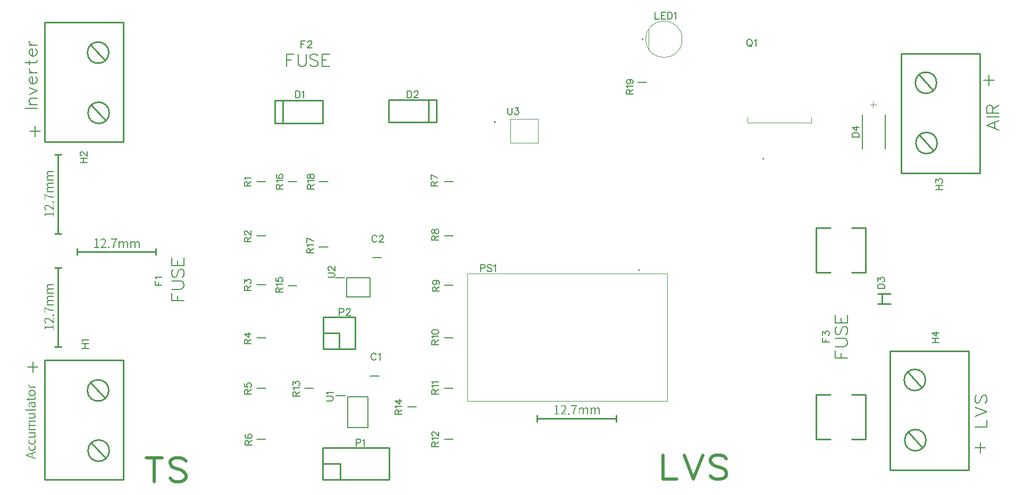
<source format=gto>
G04 Layer: TopSilkLayer*
G04 EasyEDA v6.4.19.3, 2021-03-31T08:50:56+02:00*
G04 7e8d071977a24ced90268045b7a9a018,03b0b1bb86a94345b9bcc081285aab9b,10*
G04 Gerber Generator version 0.2*
G04 Scale: 100 percent, Rotated: No, Reflected: No *
G04 Dimensions in inches *
G04 leading zeros omitted , absolute positions ,3 integer and 6 decimal *
%FSLAX36Y36*%
%MOIN*%

%ADD10C,0.0100*%
%ADD34C,0.0079*%
%ADD35C,0.0039*%
%ADD36C,0.0080*%
%ADD37C,0.0197*%
%ADD38C,0.0060*%

%LPD*%
G36*
X616600Y689900D02*
G01*
X616160Y688860D01*
X615880Y687800D01*
X615740Y686660D01*
X615700Y685400D01*
X615860Y683580D01*
X616340Y681840D01*
X617120Y680140D01*
X618180Y678540D01*
X619480Y677020D01*
X621020Y675600D01*
X622760Y674280D01*
X624700Y673100D01*
X624700Y672900D01*
X616800Y672200D01*
X616800Y667000D01*
X660000Y667000D01*
X660000Y673400D01*
X631800Y673400D01*
X629200Y674599D01*
X627040Y675900D01*
X625280Y677280D01*
X623880Y678740D01*
X622840Y680220D01*
X622140Y681720D01*
X621740Y683180D01*
X621600Y684599D01*
X621760Y686680D01*
X622300Y688600D01*
G37*
G36*
X638400Y655200D02*
G01*
X635780Y655100D01*
X633300Y654780D01*
X630960Y654260D01*
X628780Y653560D01*
X626760Y652700D01*
X624880Y651680D01*
X623180Y650500D01*
X621640Y649180D01*
X620280Y647760D01*
X619080Y646220D01*
X618060Y644560D01*
X617220Y642840D01*
X616560Y641040D01*
X616080Y639160D01*
X615800Y637260D01*
X615700Y635300D01*
X621200Y635300D01*
X621340Y637180D01*
X621760Y638960D01*
X622460Y640620D01*
X623400Y642140D01*
X624580Y643540D01*
X625980Y644780D01*
X627600Y645879D01*
X629400Y646780D01*
X631400Y647520D01*
X633580Y648060D01*
X635920Y648379D01*
X638400Y648500D01*
X640900Y648379D01*
X643259Y648060D01*
X645440Y647520D01*
X647440Y646780D01*
X649260Y645879D01*
X650860Y644780D01*
X652260Y643540D01*
X653420Y642140D01*
X654360Y640620D01*
X655040Y638960D01*
X655460Y637180D01*
X655600Y635300D01*
X655460Y633400D01*
X655040Y631620D01*
X654360Y629960D01*
X653420Y628440D01*
X652260Y627060D01*
X650860Y625820D01*
X649260Y624760D01*
X647440Y623860D01*
X645440Y623140D01*
X643259Y622620D01*
X640900Y622300D01*
X638400Y622200D01*
X635920Y622300D01*
X633580Y622620D01*
X631400Y623140D01*
X629400Y623860D01*
X627600Y624760D01*
X625980Y625820D01*
X624580Y627060D01*
X623400Y628440D01*
X622460Y629960D01*
X621760Y631620D01*
X621340Y633400D01*
X621200Y635300D01*
X615700Y635300D01*
X615800Y633320D01*
X616080Y631400D01*
X616560Y629520D01*
X617220Y627720D01*
X618060Y625980D01*
X619080Y624340D01*
X620280Y622800D01*
X621660Y621380D01*
X623180Y620080D01*
X624880Y618900D01*
X626760Y617880D01*
X628780Y617020D01*
X630960Y616320D01*
X633300Y615820D01*
X635780Y615500D01*
X638400Y615400D01*
X641020Y615500D01*
X643480Y615820D01*
X645800Y616320D01*
X647960Y617020D01*
X649980Y617880D01*
X651840Y618900D01*
X653540Y620080D01*
X655060Y621380D01*
X656420Y622800D01*
X657620Y624340D01*
X658640Y625980D01*
X659479Y627720D01*
X660140Y629520D01*
X660620Y631400D01*
X660900Y633320D01*
X661000Y635300D01*
X660900Y637260D01*
X660620Y639160D01*
X660140Y641040D01*
X659479Y642840D01*
X658640Y644560D01*
X657620Y646220D01*
X656420Y647760D01*
X655060Y649180D01*
X653540Y650500D01*
X651840Y651680D01*
X649980Y652700D01*
X647960Y653560D01*
X645800Y654260D01*
X643480Y654780D01*
X641020Y655100D01*
G37*
G36*
X659400Y611300D02*
G01*
X654500Y610000D01*
X654940Y608860D01*
X655320Y607580D01*
X655600Y606260D01*
X655699Y605000D01*
X655120Y601740D01*
X653439Y599660D01*
X650759Y598540D01*
X647200Y598200D01*
X622200Y598200D01*
X622200Y610100D01*
X616800Y610100D01*
X616800Y598200D01*
X604600Y598200D01*
X604600Y592700D01*
X616800Y591900D01*
X617200Y585100D01*
X622200Y585100D01*
X622200Y591700D01*
X647000Y591700D01*
X650020Y591840D01*
X652740Y592300D01*
X655120Y593100D01*
X657140Y594280D01*
X658780Y595880D01*
X660000Y597940D01*
X660740Y600500D01*
X661000Y603600D01*
X660860Y605480D01*
X660500Y607460D01*
G37*
G36*
X633200Y577400D02*
G01*
X630680Y577320D01*
X628300Y577040D01*
X626080Y576600D01*
X624040Y575940D01*
X622200Y575100D01*
X620560Y574040D01*
X619120Y572760D01*
X617920Y571260D01*
X616980Y569520D01*
X616280Y567520D01*
X615840Y565300D01*
X615700Y562800D01*
X615840Y560220D01*
X616240Y557760D01*
X616840Y555420D01*
X617620Y553200D01*
X618500Y551140D01*
X619460Y549240D01*
X621400Y546000D01*
X625900Y548600D01*
X624180Y551320D01*
X622640Y554480D01*
X621520Y558000D01*
X621100Y561800D01*
X621360Y564320D01*
X622100Y566360D01*
X623240Y567960D01*
X624720Y569180D01*
X626480Y570040D01*
X628440Y570600D01*
X630540Y570900D01*
X632700Y571000D01*
X649800Y571000D01*
X652380Y567800D01*
X654260Y564740D01*
X655420Y561700D01*
X655800Y558500D01*
X655400Y555400D01*
X654100Y552860D01*
X651840Y551140D01*
X648500Y550500D01*
X647080Y550620D01*
X645740Y550960D01*
X644479Y551560D01*
X643319Y552420D01*
X642240Y553560D01*
X641260Y555020D01*
X640360Y556780D01*
X639540Y558880D01*
X638820Y561340D01*
X638160Y564160D01*
X637580Y567380D01*
X637100Y571000D01*
X632700Y571000D01*
X633600Y564500D01*
X634160Y561620D01*
X634780Y558960D01*
X635480Y556540D01*
X636240Y554340D01*
X637100Y552380D01*
X638020Y550620D01*
X639040Y549100D01*
X640160Y547780D01*
X641360Y546660D01*
X642660Y545780D01*
X644060Y545080D01*
X645560Y544580D01*
X647180Y544300D01*
X648900Y544200D01*
X651660Y544440D01*
X654080Y545160D01*
X656160Y546280D01*
X657880Y547780D01*
X659220Y549620D01*
X660200Y551760D01*
X660800Y554120D01*
X661000Y556700D01*
X660879Y558740D01*
X660500Y560720D01*
X659920Y562620D01*
X659160Y564480D01*
X658240Y566280D01*
X657159Y568020D01*
X655980Y569700D01*
X654700Y571300D01*
X654700Y571500D01*
X660000Y572100D01*
X660000Y577400D01*
G37*
G36*
X660500Y535600D02*
G01*
X655400Y534600D01*
X655580Y533700D01*
X655600Y533100D01*
X655420Y532320D01*
X654880Y531680D01*
X653960Y531260D01*
X652600Y531100D01*
X596300Y531100D01*
X596300Y524600D01*
X652099Y524600D01*
X655900Y525000D01*
X658680Y526280D01*
X660420Y528480D01*
X661000Y531700D01*
X660860Y533940D01*
G37*
G36*
X616800Y509500D02*
G01*
X616800Y503000D01*
X647800Y503000D01*
X649620Y501440D01*
X651180Y499920D01*
X652480Y498459D01*
X653560Y497020D01*
X654360Y495580D01*
X654940Y494080D01*
X655280Y492540D01*
X655400Y490900D01*
X655220Y488780D01*
X654700Y486980D01*
X653800Y485500D01*
X652520Y484320D01*
X650840Y483420D01*
X648780Y482780D01*
X646300Y482420D01*
X643400Y482299D01*
X616800Y482299D01*
X616800Y475800D01*
X644200Y475800D01*
X646860Y475880D01*
X649300Y476140D01*
X651500Y476580D01*
X653480Y477200D01*
X655240Y478000D01*
X656760Y478980D01*
X658060Y480160D01*
X659120Y481540D01*
X659940Y483100D01*
X660520Y484860D01*
X660879Y486820D01*
X661000Y489000D01*
X660860Y491180D01*
X660420Y493200D01*
X659740Y495120D01*
X658820Y496920D01*
X657660Y498620D01*
X656320Y500260D01*
X654780Y501860D01*
X653100Y503400D01*
X653100Y503600D01*
X660000Y504200D01*
X660000Y509500D01*
G37*
G36*
X632600Y462000D02*
G01*
X629940Y461920D01*
X627500Y461640D01*
X625280Y461200D01*
X623280Y460560D01*
X621520Y459739D01*
X619980Y458760D01*
X618680Y457580D01*
X617620Y456200D01*
X616780Y454660D01*
X616180Y452920D01*
X615820Y451000D01*
X615700Y448900D01*
X615860Y446980D01*
X616300Y445100D01*
X617040Y443280D01*
X618020Y441480D01*
X619240Y439700D01*
X620680Y437960D01*
X622300Y436220D01*
X624100Y434500D01*
X622280Y433780D01*
X620640Y432860D01*
X619200Y431760D01*
X617980Y430420D01*
X617020Y428860D01*
X616300Y427040D01*
X615860Y424960D01*
X615700Y422600D01*
X615860Y420720D01*
X616280Y418880D01*
X616960Y417080D01*
X617880Y415360D01*
X618980Y413700D01*
X620260Y412100D01*
X621680Y410560D01*
X623200Y409099D01*
X623200Y408900D01*
X616800Y408200D01*
X616800Y403000D01*
X660000Y403000D01*
X660000Y409400D01*
X628400Y409400D01*
X625320Y412440D01*
X623140Y415340D01*
X621840Y418120D01*
X621400Y420700D01*
X621580Y422760D01*
X622100Y424520D01*
X622980Y425980D01*
X624240Y427160D01*
X625920Y428060D01*
X627980Y428700D01*
X630480Y429080D01*
X633400Y429200D01*
X660000Y429200D01*
X660000Y435700D01*
X628400Y435700D01*
X625320Y438700D01*
X623140Y441580D01*
X621840Y444340D01*
X621400Y447000D01*
X621580Y449020D01*
X622100Y450760D01*
X622980Y452200D01*
X624240Y453380D01*
X625920Y454280D01*
X627980Y454900D01*
X630480Y455280D01*
X633400Y455400D01*
X660000Y455400D01*
X660000Y462000D01*
G37*
G36*
X616800Y387800D02*
G01*
X616800Y381400D01*
X647800Y381400D01*
X649620Y379799D01*
X651180Y378280D01*
X652480Y376820D01*
X653560Y375379D01*
X654360Y373920D01*
X654940Y372420D01*
X655280Y370860D01*
X655400Y369200D01*
X655220Y367080D01*
X654700Y365280D01*
X653800Y363800D01*
X652520Y362620D01*
X650840Y361719D01*
X648780Y361079D01*
X646300Y360720D01*
X643400Y360600D01*
X616800Y360600D01*
X616800Y354200D01*
X644200Y354200D01*
X646860Y354280D01*
X649300Y354540D01*
X651500Y354960D01*
X653480Y355580D01*
X655240Y356360D01*
X656760Y357340D01*
X658060Y358500D01*
X659120Y359860D01*
X659940Y361420D01*
X660520Y363160D01*
X660879Y365140D01*
X661000Y367299D01*
X660860Y369480D01*
X660420Y371500D01*
X659740Y373420D01*
X658820Y375220D01*
X657660Y376920D01*
X656320Y378560D01*
X654780Y380160D01*
X653100Y381700D01*
X653100Y381900D01*
X660000Y382500D01*
X660000Y387800D01*
G37*
G36*
X655500Y345000D02*
G01*
X651200Y342100D01*
X652900Y339900D01*
X654300Y337380D01*
X655240Y334600D01*
X655600Y331599D01*
X655460Y329580D01*
X655040Y327680D01*
X654360Y325920D01*
X653420Y324300D01*
X652260Y322840D01*
X650860Y321540D01*
X649260Y320400D01*
X647440Y319460D01*
X645440Y318700D01*
X643259Y318160D01*
X640900Y317820D01*
X638400Y317700D01*
X635920Y317820D01*
X633580Y318180D01*
X631400Y318760D01*
X629400Y319560D01*
X627600Y320540D01*
X625980Y321719D01*
X624580Y323060D01*
X623400Y324540D01*
X622460Y326180D01*
X621760Y327939D01*
X621340Y329820D01*
X621200Y331800D01*
X621480Y334360D01*
X622280Y336659D01*
X623520Y338760D01*
X625100Y340700D01*
X620900Y344200D01*
X618900Y341700D01*
X617260Y338820D01*
X616120Y335460D01*
X615700Y331500D01*
X615800Y329480D01*
X616080Y327480D01*
X616560Y325560D01*
X617220Y323700D01*
X618060Y321920D01*
X619080Y320220D01*
X620280Y318640D01*
X621660Y317160D01*
X623180Y315820D01*
X624880Y314620D01*
X626760Y313560D01*
X628780Y312680D01*
X630960Y311960D01*
X633300Y311440D01*
X635780Y311120D01*
X638400Y311000D01*
X641020Y311100D01*
X643480Y311400D01*
X645800Y311880D01*
X647960Y312540D01*
X649980Y313360D01*
X651840Y314340D01*
X653540Y315480D01*
X655060Y316760D01*
X656420Y318180D01*
X657620Y319700D01*
X658640Y321360D01*
X659479Y323100D01*
X660140Y324960D01*
X660620Y326900D01*
X660900Y328920D01*
X661000Y331000D01*
X660900Y332960D01*
X660639Y334880D01*
X660180Y336740D01*
X659560Y338519D01*
X658780Y340260D01*
X657840Y341920D01*
X656740Y343500D01*
G37*
G36*
X655500Y306300D02*
G01*
X651200Y303400D01*
X652900Y301200D01*
X654300Y298680D01*
X655240Y295940D01*
X655600Y293000D01*
X655460Y290960D01*
X655040Y289040D01*
X654360Y287260D01*
X653420Y285640D01*
X652260Y284160D01*
X650860Y282860D01*
X649260Y281720D01*
X647440Y280760D01*
X645440Y280000D01*
X643259Y279460D01*
X640900Y279120D01*
X638400Y279000D01*
X635920Y279120D01*
X633580Y279480D01*
X631400Y280060D01*
X629400Y280860D01*
X627600Y281840D01*
X625980Y283020D01*
X624580Y284360D01*
X623400Y285840D01*
X622460Y287480D01*
X621760Y289240D01*
X621340Y291120D01*
X621200Y293100D01*
X621480Y295660D01*
X622280Y297980D01*
X623520Y300100D01*
X625100Y302100D01*
X620900Y305500D01*
X618900Y303060D01*
X617260Y300220D01*
X616120Y296860D01*
X615700Y292900D01*
X615800Y290860D01*
X616080Y288860D01*
X616560Y286920D01*
X617220Y285040D01*
X618060Y283240D01*
X619080Y281540D01*
X620280Y279960D01*
X621660Y278480D01*
X623180Y277120D01*
X624880Y275920D01*
X626760Y274860D01*
X628780Y273980D01*
X630960Y273260D01*
X633300Y272740D01*
X635780Y272420D01*
X638400Y272300D01*
X641020Y272400D01*
X643480Y272700D01*
X645800Y273180D01*
X647960Y273840D01*
X649980Y274660D01*
X651840Y275660D01*
X653540Y276800D01*
X655060Y278080D01*
X656420Y279500D01*
X657620Y281040D01*
X658640Y282680D01*
X659479Y284440D01*
X660140Y286320D01*
X660620Y288260D01*
X660900Y290300D01*
X661000Y292400D01*
X660900Y294360D01*
X660639Y296280D01*
X660180Y298120D01*
X659560Y299920D01*
X658780Y301620D01*
X657840Y303280D01*
X656740Y304820D01*
G37*
G36*
X660000Y267800D02*
G01*
X601400Y247700D01*
X601400Y243800D01*
X607000Y243800D01*
X607000Y244100D01*
X621880Y248560D01*
X626800Y250200D01*
X636300Y253200D01*
X636300Y234700D01*
X624340Y238580D01*
X607000Y243800D01*
X601400Y243800D01*
X601400Y240400D01*
X660000Y220400D01*
X660000Y227000D01*
X641500Y233000D01*
X641500Y254899D01*
X660000Y260700D01*
G37*
G36*
X747600Y2028500D02*
G01*
X744940Y2028420D01*
X742500Y2028140D01*
X740280Y2027700D01*
X738280Y2027060D01*
X736520Y2026240D01*
X734980Y2025260D01*
X733680Y2024079D01*
X732620Y2022700D01*
X731780Y2021160D01*
X731180Y2019420D01*
X730819Y2017500D01*
X730699Y2015400D01*
X730860Y2013480D01*
X731300Y2011600D01*
X732039Y2009780D01*
X733020Y2007980D01*
X734240Y2006200D01*
X735680Y2004460D01*
X737300Y2002720D01*
X739100Y2001000D01*
X737280Y2000280D01*
X735639Y1999360D01*
X734200Y1998260D01*
X732980Y1996920D01*
X732020Y1995360D01*
X731300Y1993540D01*
X730860Y1991459D01*
X730699Y1989100D01*
X730860Y1987220D01*
X731280Y1985380D01*
X731960Y1983580D01*
X732880Y1981860D01*
X733980Y1980200D01*
X735260Y1978600D01*
X736680Y1977060D01*
X738199Y1975600D01*
X738199Y1975400D01*
X731800Y1974800D01*
X731800Y1969500D01*
X775000Y1969500D01*
X775000Y1976000D01*
X743400Y1976000D01*
X740320Y1978980D01*
X738139Y1981860D01*
X736840Y1984620D01*
X736400Y1987200D01*
X736580Y1989259D01*
X737099Y1991020D01*
X737980Y1992480D01*
X739240Y1993660D01*
X740920Y1994560D01*
X742980Y1995200D01*
X745480Y1995580D01*
X748400Y1995700D01*
X775000Y1995700D01*
X775000Y2002200D01*
X743400Y2002200D01*
X740320Y2005240D01*
X738139Y2008120D01*
X736840Y2010900D01*
X736400Y2013600D01*
X736580Y2015600D01*
X737099Y2017320D01*
X737980Y2018760D01*
X739240Y2019940D01*
X740920Y2020840D01*
X742980Y2021480D01*
X745480Y2021879D01*
X748400Y2022000D01*
X775000Y2022000D01*
X775000Y2028500D01*
G37*
G36*
X747600Y1955000D02*
G01*
X744940Y1954920D01*
X742500Y1954640D01*
X740280Y1954199D01*
X738280Y1953560D01*
X736520Y1952740D01*
X734980Y1951740D01*
X733680Y1950580D01*
X732620Y1949199D01*
X731780Y1947660D01*
X731180Y1945920D01*
X730819Y1944000D01*
X730699Y1941900D01*
X730860Y1939980D01*
X731300Y1938100D01*
X732039Y1936279D01*
X733020Y1934480D01*
X734240Y1932700D01*
X735680Y1930960D01*
X737300Y1929220D01*
X739100Y1927500D01*
X737280Y1926780D01*
X735639Y1925860D01*
X734200Y1924760D01*
X732980Y1923420D01*
X732020Y1921860D01*
X731300Y1920040D01*
X730860Y1917960D01*
X730699Y1915600D01*
X730860Y1913720D01*
X731280Y1911879D01*
X731960Y1910080D01*
X732880Y1908360D01*
X733980Y1906699D01*
X735260Y1905100D01*
X736680Y1903560D01*
X738199Y1902100D01*
X738199Y1901900D01*
X731800Y1901200D01*
X731800Y1896000D01*
X775000Y1896000D01*
X775000Y1902400D01*
X743400Y1902400D01*
X740320Y1905440D01*
X738139Y1908340D01*
X736840Y1911120D01*
X736400Y1913700D01*
X736580Y1915760D01*
X737099Y1917520D01*
X737980Y1918980D01*
X739240Y1920160D01*
X740920Y1921060D01*
X742980Y1921699D01*
X745480Y1922080D01*
X748400Y1922200D01*
X775000Y1922200D01*
X775000Y1928700D01*
X743400Y1928700D01*
X740320Y1931699D01*
X738139Y1934580D01*
X736840Y1937340D01*
X736400Y1940000D01*
X736580Y1942020D01*
X737099Y1943760D01*
X737980Y1945200D01*
X739240Y1946380D01*
X740920Y1947280D01*
X742980Y1947900D01*
X745480Y1948280D01*
X748400Y1948400D01*
X775000Y1948400D01*
X775000Y1955000D01*
G37*
G36*
X716400Y1884600D02*
G01*
X716400Y1848400D01*
X722000Y1848400D01*
X722000Y1877100D01*
X725980Y1874379D01*
X729920Y1871940D01*
X733860Y1869780D01*
X737820Y1867880D01*
X741880Y1866240D01*
X746020Y1864820D01*
X750320Y1863620D01*
X754780Y1862620D01*
X759440Y1861819D01*
X764340Y1861180D01*
X769520Y1860720D01*
X775000Y1860400D01*
X775000Y1867200D01*
X769460Y1867480D01*
X764240Y1867880D01*
X759300Y1868400D01*
X754599Y1869079D01*
X750100Y1869980D01*
X745759Y1871100D01*
X741500Y1872480D01*
X737340Y1874180D01*
X733180Y1876200D01*
X729000Y1878580D01*
X724760Y1881380D01*
X720400Y1884600D01*
G37*
G36*
X770900Y1838500D02*
G01*
X768720Y1838120D01*
X767039Y1837060D01*
X765980Y1835500D01*
X765600Y1833600D01*
X765980Y1831699D01*
X767039Y1830140D01*
X768720Y1829079D01*
X770900Y1828700D01*
X773000Y1829079D01*
X774620Y1830140D01*
X775639Y1831699D01*
X776000Y1833600D01*
X775639Y1835500D01*
X774620Y1837060D01*
X773000Y1838120D01*
G37*
G36*
X769400Y1818800D02*
G01*
X769440Y1799680D01*
X769900Y1792400D01*
X765900Y1796540D01*
X761960Y1800340D01*
X758120Y1803800D01*
X754340Y1806879D01*
X750600Y1809560D01*
X746919Y1811819D01*
X743280Y1813600D01*
X741460Y1814319D01*
X739659Y1814920D01*
X737860Y1815380D01*
X736080Y1815720D01*
X734280Y1815940D01*
X732500Y1816000D01*
X729980Y1815860D01*
X727620Y1815480D01*
X725440Y1814840D01*
X723439Y1813959D01*
X721640Y1812840D01*
X720060Y1811500D01*
X718680Y1809940D01*
X717520Y1808180D01*
X716600Y1806220D01*
X715939Y1804060D01*
X715540Y1801720D01*
X715400Y1799199D01*
X715560Y1796560D01*
X716020Y1794100D01*
X716760Y1791819D01*
X717760Y1789680D01*
X719000Y1787660D01*
X720460Y1785720D01*
X722140Y1783880D01*
X724000Y1782100D01*
X727600Y1786000D01*
X726180Y1787280D01*
X724880Y1788660D01*
X723700Y1790100D01*
X722680Y1791639D01*
X721860Y1793240D01*
X721220Y1794900D01*
X720840Y1796620D01*
X720699Y1798400D01*
X720939Y1801060D01*
X721620Y1803360D01*
X722700Y1805280D01*
X724160Y1806840D01*
X725939Y1808060D01*
X728000Y1808920D01*
X730300Y1809440D01*
X732800Y1809600D01*
X734320Y1809540D01*
X735879Y1809340D01*
X737480Y1809019D01*
X739100Y1808580D01*
X740759Y1808000D01*
X744180Y1806440D01*
X747760Y1804319D01*
X751540Y1801660D01*
X755500Y1798440D01*
X759659Y1794620D01*
X764060Y1790220D01*
X771100Y1782500D01*
X775000Y1782500D01*
X775000Y1818800D01*
G37*
G36*
X769599Y1773600D02*
G01*
X769599Y1761699D01*
X716400Y1761699D01*
X716400Y1756800D01*
X717720Y1754340D01*
X718820Y1751600D01*
X719700Y1748480D01*
X720400Y1744900D01*
X724700Y1744900D01*
X724700Y1755200D01*
X769599Y1755200D01*
X769599Y1742100D01*
X775000Y1742100D01*
X775000Y1773600D01*
G37*
G36*
X747600Y1318500D02*
G01*
X744940Y1318420D01*
X742500Y1318140D01*
X740280Y1317700D01*
X738280Y1317060D01*
X736520Y1316240D01*
X734980Y1315260D01*
X733680Y1314079D01*
X732620Y1312700D01*
X731780Y1311160D01*
X731180Y1309420D01*
X730819Y1307500D01*
X730699Y1305400D01*
X730860Y1303480D01*
X731300Y1301600D01*
X732039Y1299780D01*
X733020Y1297980D01*
X734240Y1296200D01*
X735680Y1294460D01*
X737300Y1292720D01*
X739100Y1291000D01*
X737280Y1290280D01*
X735639Y1289360D01*
X734200Y1288260D01*
X732980Y1286920D01*
X732020Y1285360D01*
X731300Y1283540D01*
X730860Y1281459D01*
X730699Y1279100D01*
X730860Y1277220D01*
X731280Y1275380D01*
X731960Y1273580D01*
X732880Y1271860D01*
X733980Y1270200D01*
X735260Y1268600D01*
X736680Y1267060D01*
X738199Y1265600D01*
X738199Y1265400D01*
X731800Y1264800D01*
X731800Y1259500D01*
X775000Y1259500D01*
X775000Y1266000D01*
X743400Y1266000D01*
X740320Y1268980D01*
X738139Y1271860D01*
X736840Y1274620D01*
X736400Y1277200D01*
X736580Y1279260D01*
X737099Y1281020D01*
X737980Y1282480D01*
X739240Y1283660D01*
X740920Y1284560D01*
X742980Y1285200D01*
X745480Y1285580D01*
X748400Y1285700D01*
X775000Y1285700D01*
X775000Y1292200D01*
X743400Y1292200D01*
X740320Y1295240D01*
X738139Y1298120D01*
X736840Y1300900D01*
X736400Y1303600D01*
X736580Y1305600D01*
X737099Y1307320D01*
X737980Y1308760D01*
X739240Y1309940D01*
X740920Y1310840D01*
X742980Y1311480D01*
X745480Y1311879D01*
X748400Y1312000D01*
X775000Y1312000D01*
X775000Y1318500D01*
G37*
G36*
X747600Y1245000D02*
G01*
X744940Y1244920D01*
X742500Y1244640D01*
X740280Y1244200D01*
X738280Y1243560D01*
X736520Y1242740D01*
X734980Y1241740D01*
X733680Y1240580D01*
X732620Y1239200D01*
X731780Y1237660D01*
X731180Y1235920D01*
X730819Y1234000D01*
X730699Y1231900D01*
X730860Y1229980D01*
X731300Y1228100D01*
X732039Y1226280D01*
X733020Y1224480D01*
X734240Y1222700D01*
X735680Y1220960D01*
X737300Y1219220D01*
X739100Y1217500D01*
X737280Y1216780D01*
X735639Y1215860D01*
X734200Y1214760D01*
X732980Y1213420D01*
X732020Y1211860D01*
X731300Y1210040D01*
X730860Y1207960D01*
X730699Y1205600D01*
X730860Y1203720D01*
X731280Y1201880D01*
X731960Y1200080D01*
X732880Y1198360D01*
X733980Y1196700D01*
X735260Y1195100D01*
X736680Y1193560D01*
X738199Y1192100D01*
X738199Y1191900D01*
X731800Y1191200D01*
X731800Y1186000D01*
X775000Y1186000D01*
X775000Y1192400D01*
X743400Y1192400D01*
X740320Y1195440D01*
X738139Y1198340D01*
X736840Y1201120D01*
X736400Y1203700D01*
X736580Y1205760D01*
X737099Y1207520D01*
X737980Y1208980D01*
X739240Y1210160D01*
X740920Y1211060D01*
X742980Y1211700D01*
X745480Y1212080D01*
X748400Y1212200D01*
X775000Y1212200D01*
X775000Y1218700D01*
X743400Y1218700D01*
X740320Y1221700D01*
X738139Y1224580D01*
X736840Y1227340D01*
X736400Y1230000D01*
X736580Y1232020D01*
X737099Y1233760D01*
X737980Y1235200D01*
X739240Y1236380D01*
X740920Y1237280D01*
X742980Y1237900D01*
X745480Y1238280D01*
X748400Y1238400D01*
X775000Y1238400D01*
X775000Y1245000D01*
G37*
G36*
X716400Y1174600D02*
G01*
X716400Y1138400D01*
X722000Y1138400D01*
X722000Y1167100D01*
X725980Y1164380D01*
X729920Y1161940D01*
X733860Y1159780D01*
X737820Y1157880D01*
X741880Y1156240D01*
X746020Y1154820D01*
X750320Y1153620D01*
X754780Y1152620D01*
X759440Y1151820D01*
X764340Y1151180D01*
X769520Y1150720D01*
X775000Y1150400D01*
X775000Y1157200D01*
X769460Y1157480D01*
X764240Y1157880D01*
X759300Y1158400D01*
X754599Y1159080D01*
X750100Y1159980D01*
X745759Y1161100D01*
X741500Y1162480D01*
X737340Y1164180D01*
X733180Y1166200D01*
X729000Y1168580D01*
X724760Y1171380D01*
X720400Y1174600D01*
G37*
G36*
X770900Y1128500D02*
G01*
X768720Y1128120D01*
X767039Y1127060D01*
X765980Y1125500D01*
X765600Y1123600D01*
X765980Y1121700D01*
X767039Y1120140D01*
X768720Y1119080D01*
X770900Y1118700D01*
X773000Y1119080D01*
X774620Y1120140D01*
X775639Y1121700D01*
X776000Y1123600D01*
X775639Y1125500D01*
X774620Y1127060D01*
X773000Y1128120D01*
G37*
G36*
X769400Y1108800D02*
G01*
X769440Y1089680D01*
X769900Y1082400D01*
X765900Y1086540D01*
X761960Y1090340D01*
X758120Y1093800D01*
X754340Y1096880D01*
X750600Y1099560D01*
X746919Y1101820D01*
X743280Y1103600D01*
X741460Y1104320D01*
X739659Y1104920D01*
X737860Y1105380D01*
X736080Y1105720D01*
X734280Y1105940D01*
X732500Y1106000D01*
X729980Y1105860D01*
X727620Y1105480D01*
X725440Y1104840D01*
X723439Y1103960D01*
X721640Y1102840D01*
X720060Y1101500D01*
X718680Y1099940D01*
X717520Y1098180D01*
X716600Y1096220D01*
X715939Y1094060D01*
X715540Y1091720D01*
X715400Y1089200D01*
X715560Y1086560D01*
X716020Y1084100D01*
X716760Y1081820D01*
X717760Y1079680D01*
X719000Y1077660D01*
X720460Y1075720D01*
X722140Y1073880D01*
X724000Y1072100D01*
X727600Y1076000D01*
X726180Y1077280D01*
X724880Y1078660D01*
X723700Y1080100D01*
X722680Y1081640D01*
X721860Y1083240D01*
X721220Y1084900D01*
X720840Y1086620D01*
X720699Y1088400D01*
X720939Y1091060D01*
X721620Y1093360D01*
X722700Y1095280D01*
X724160Y1096840D01*
X725939Y1098060D01*
X728000Y1098920D01*
X730300Y1099440D01*
X732800Y1099600D01*
X734320Y1099540D01*
X735879Y1099340D01*
X737480Y1099020D01*
X739100Y1098580D01*
X740759Y1098000D01*
X744180Y1096440D01*
X747760Y1094320D01*
X751540Y1091660D01*
X755500Y1088440D01*
X759659Y1084620D01*
X764060Y1080220D01*
X771100Y1072500D01*
X775000Y1072500D01*
X775000Y1108800D01*
G37*
G36*
X769599Y1063600D02*
G01*
X769599Y1051700D01*
X716400Y1051700D01*
X716400Y1046800D01*
X717720Y1044340D01*
X718820Y1041600D01*
X719700Y1038480D01*
X720400Y1034900D01*
X724700Y1034900D01*
X724700Y1045200D01*
X769599Y1045200D01*
X769599Y1032099D01*
X775000Y1032099D01*
X775000Y1063600D01*
G37*
G36*
X1084200Y1604600D02*
G01*
X1081560Y1604440D01*
X1079100Y1603980D01*
X1076820Y1603240D01*
X1074680Y1602240D01*
X1072660Y1601000D01*
X1070720Y1599540D01*
X1068880Y1597860D01*
X1067100Y1596000D01*
X1071000Y1592400D01*
X1072280Y1593820D01*
X1073660Y1595120D01*
X1075100Y1596300D01*
X1076640Y1597320D01*
X1078240Y1598140D01*
X1079900Y1598779D01*
X1081620Y1599160D01*
X1083400Y1599300D01*
X1086060Y1599060D01*
X1088360Y1598380D01*
X1090280Y1597300D01*
X1091860Y1595840D01*
X1093060Y1594060D01*
X1093920Y1592000D01*
X1094440Y1589700D01*
X1094600Y1587200D01*
X1094540Y1585680D01*
X1094340Y1584120D01*
X1094020Y1582520D01*
X1093580Y1580900D01*
X1093000Y1579240D01*
X1091440Y1575820D01*
X1089320Y1572240D01*
X1086660Y1568460D01*
X1083440Y1564500D01*
X1079620Y1560340D01*
X1075220Y1555940D01*
X1067500Y1548899D01*
X1067500Y1545000D01*
X1103800Y1545000D01*
X1103800Y1550600D01*
X1084680Y1550560D01*
X1077400Y1550100D01*
X1081540Y1554100D01*
X1085340Y1558040D01*
X1088800Y1561879D01*
X1091880Y1565660D01*
X1094560Y1569400D01*
X1096820Y1573080D01*
X1098600Y1576720D01*
X1099320Y1578540D01*
X1099920Y1580340D01*
X1100380Y1582140D01*
X1100720Y1583920D01*
X1100940Y1585720D01*
X1101000Y1587500D01*
X1100860Y1590020D01*
X1100480Y1592380D01*
X1099840Y1594560D01*
X1098960Y1596560D01*
X1097840Y1598360D01*
X1096500Y1599940D01*
X1094940Y1601320D01*
X1093180Y1602480D01*
X1091220Y1603400D01*
X1089060Y1604060D01*
X1086720Y1604460D01*
G37*
G36*
X1133400Y1603600D02*
G01*
X1133400Y1598000D01*
X1162100Y1598000D01*
X1159380Y1594019D01*
X1156940Y1590080D01*
X1154780Y1586140D01*
X1152880Y1582180D01*
X1151240Y1578120D01*
X1149820Y1573980D01*
X1148620Y1569680D01*
X1147620Y1565220D01*
X1146820Y1560560D01*
X1146180Y1555660D01*
X1145720Y1550480D01*
X1145400Y1545000D01*
X1152200Y1545000D01*
X1152480Y1550540D01*
X1152880Y1555760D01*
X1153400Y1560700D01*
X1154080Y1565400D01*
X1154980Y1569900D01*
X1156100Y1574240D01*
X1157480Y1578500D01*
X1159180Y1582660D01*
X1161200Y1586819D01*
X1163580Y1591000D01*
X1166380Y1595240D01*
X1169600Y1599600D01*
X1169600Y1603600D01*
G37*
G36*
X1041800Y1603600D02*
G01*
X1039360Y1602280D01*
X1036600Y1601180D01*
X1033480Y1600300D01*
X1029900Y1599600D01*
X1029900Y1595300D01*
X1040200Y1595300D01*
X1040200Y1550400D01*
X1027099Y1550400D01*
X1027099Y1545000D01*
X1058600Y1545000D01*
X1058600Y1550400D01*
X1046700Y1550400D01*
X1046700Y1603600D01*
G37*
G36*
X1274100Y1589300D02*
G01*
X1272220Y1589139D01*
X1270380Y1588720D01*
X1268580Y1588040D01*
X1266860Y1587120D01*
X1265200Y1586020D01*
X1263600Y1584740D01*
X1262060Y1583320D01*
X1260600Y1581800D01*
X1260400Y1581800D01*
X1259800Y1588200D01*
X1254500Y1588200D01*
X1254500Y1545000D01*
X1261000Y1545000D01*
X1261000Y1576600D01*
X1263980Y1579680D01*
X1266860Y1581860D01*
X1269620Y1583160D01*
X1272200Y1583600D01*
X1274260Y1583420D01*
X1276020Y1582900D01*
X1277480Y1582020D01*
X1278660Y1580760D01*
X1279560Y1579079D01*
X1280200Y1577020D01*
X1280580Y1574520D01*
X1280700Y1571600D01*
X1280700Y1545000D01*
X1287200Y1545000D01*
X1287200Y1576600D01*
X1290240Y1579680D01*
X1293120Y1581860D01*
X1295900Y1583160D01*
X1298600Y1583600D01*
X1300600Y1583420D01*
X1302320Y1582900D01*
X1303760Y1582020D01*
X1304940Y1580760D01*
X1305840Y1579079D01*
X1306480Y1577020D01*
X1306879Y1574520D01*
X1307000Y1571600D01*
X1307000Y1545000D01*
X1313500Y1545000D01*
X1313500Y1572400D01*
X1313420Y1575060D01*
X1313140Y1577500D01*
X1312700Y1579720D01*
X1312060Y1581720D01*
X1311240Y1583480D01*
X1310260Y1585020D01*
X1309079Y1586320D01*
X1307700Y1587380D01*
X1306160Y1588220D01*
X1304420Y1588820D01*
X1302500Y1589180D01*
X1300400Y1589300D01*
X1298480Y1589139D01*
X1296600Y1588700D01*
X1294780Y1587960D01*
X1292980Y1586980D01*
X1291200Y1585760D01*
X1289460Y1584319D01*
X1287720Y1582700D01*
X1286000Y1580900D01*
X1285280Y1582720D01*
X1284360Y1584360D01*
X1283260Y1585800D01*
X1281920Y1587020D01*
X1280360Y1587980D01*
X1278540Y1588700D01*
X1276460Y1589139D01*
G37*
G36*
X1200600Y1589300D02*
G01*
X1198720Y1589139D01*
X1196880Y1588720D01*
X1195080Y1588040D01*
X1193360Y1587120D01*
X1191700Y1586020D01*
X1190100Y1584740D01*
X1188560Y1583320D01*
X1187100Y1581800D01*
X1186900Y1581800D01*
X1186200Y1588200D01*
X1181000Y1588200D01*
X1181000Y1545000D01*
X1187400Y1545000D01*
X1187400Y1576600D01*
X1190440Y1579680D01*
X1193360Y1581860D01*
X1196120Y1583160D01*
X1198700Y1583600D01*
X1200760Y1583420D01*
X1202520Y1582900D01*
X1203980Y1582020D01*
X1205160Y1580760D01*
X1206060Y1579079D01*
X1206700Y1577020D01*
X1207080Y1574520D01*
X1207200Y1571600D01*
X1207200Y1545000D01*
X1213700Y1545000D01*
X1213700Y1576600D01*
X1216700Y1579680D01*
X1219580Y1581860D01*
X1222340Y1583160D01*
X1225000Y1583600D01*
X1227020Y1583420D01*
X1228760Y1582900D01*
X1230200Y1582020D01*
X1231380Y1580760D01*
X1232280Y1579079D01*
X1232900Y1577020D01*
X1233280Y1574520D01*
X1233400Y1571600D01*
X1233400Y1545000D01*
X1240000Y1545000D01*
X1240000Y1572400D01*
X1239920Y1575060D01*
X1239640Y1577500D01*
X1239200Y1579720D01*
X1238560Y1581720D01*
X1237740Y1583480D01*
X1236760Y1585020D01*
X1235580Y1586320D01*
X1234200Y1587380D01*
X1232660Y1588220D01*
X1230920Y1588820D01*
X1229000Y1589180D01*
X1226900Y1589300D01*
X1224980Y1589139D01*
X1223100Y1588700D01*
X1221280Y1587960D01*
X1219480Y1586980D01*
X1217700Y1585760D01*
X1215960Y1584319D01*
X1214220Y1582700D01*
X1212500Y1580900D01*
X1211780Y1582720D01*
X1210860Y1584360D01*
X1209760Y1585800D01*
X1208420Y1587020D01*
X1206860Y1587980D01*
X1205040Y1588700D01*
X1202960Y1589139D01*
G37*
G36*
X1118600Y1554400D02*
G01*
X1116700Y1554019D01*
X1115140Y1552960D01*
X1114080Y1551279D01*
X1113700Y1549100D01*
X1114080Y1547000D01*
X1115140Y1545380D01*
X1116700Y1544360D01*
X1118600Y1544000D01*
X1120500Y1544360D01*
X1122060Y1545380D01*
X1123120Y1547000D01*
X1123500Y1549100D01*
X1123120Y1551279D01*
X1122060Y1552940D01*
X1120500Y1554019D01*
G37*
G36*
X5911000Y2465500D02*
G01*
X5911000Y2446000D01*
X5892600Y2446000D01*
X5892600Y2441800D01*
X5911000Y2441800D01*
X5911000Y2422000D01*
X5915599Y2422000D01*
X5915599Y2441800D01*
X5933900Y2441800D01*
X5933900Y2446000D01*
X5915599Y2446000D01*
X5915599Y2465500D01*
G37*
G36*
X3969200Y559600D02*
G01*
X3966560Y559440D01*
X3964100Y558980D01*
X3961820Y558240D01*
X3959680Y557240D01*
X3957660Y556000D01*
X3955720Y554540D01*
X3953880Y552860D01*
X3952100Y551000D01*
X3956000Y547400D01*
X3957280Y548820D01*
X3958660Y550120D01*
X3960100Y551300D01*
X3961640Y552320D01*
X3963240Y553140D01*
X3964900Y553780D01*
X3966620Y554160D01*
X3968399Y554300D01*
X3971060Y554060D01*
X3973360Y553380D01*
X3975280Y552300D01*
X3976860Y550840D01*
X3978060Y549060D01*
X3978920Y547000D01*
X3979440Y544700D01*
X3979600Y542200D01*
X3979540Y540680D01*
X3979340Y539120D01*
X3979020Y537520D01*
X3978580Y535900D01*
X3978000Y534240D01*
X3976440Y530820D01*
X3974320Y527240D01*
X3971660Y523459D01*
X3968440Y519500D01*
X3964620Y515340D01*
X3960220Y510940D01*
X3952500Y503900D01*
X3952500Y500000D01*
X3988800Y500000D01*
X3988800Y505600D01*
X3969680Y505560D01*
X3962400Y505100D01*
X3966540Y509099D01*
X3970340Y513040D01*
X3973800Y516880D01*
X3976880Y520660D01*
X3979560Y524400D01*
X3981820Y528080D01*
X3983600Y531720D01*
X3984320Y533540D01*
X3984920Y535340D01*
X3985380Y537140D01*
X3985720Y538920D01*
X3985940Y540720D01*
X3986000Y542500D01*
X3985860Y545020D01*
X3985480Y547380D01*
X3984840Y549560D01*
X3983960Y551560D01*
X3982840Y553360D01*
X3981500Y554940D01*
X3979940Y556320D01*
X3978180Y557480D01*
X3976220Y558400D01*
X3974060Y559060D01*
X3971720Y559460D01*
G37*
G36*
X4018399Y558600D02*
G01*
X4018399Y553000D01*
X4047100Y553000D01*
X4044380Y549020D01*
X4041940Y545080D01*
X4039780Y541140D01*
X4037880Y537180D01*
X4036240Y533120D01*
X4034820Y528980D01*
X4033620Y524680D01*
X4032620Y520220D01*
X4031820Y515560D01*
X4031180Y510660D01*
X4030720Y505480D01*
X4030400Y500000D01*
X4037200Y500000D01*
X4037480Y505540D01*
X4037880Y510760D01*
X4038399Y515700D01*
X4039080Y520400D01*
X4039980Y524900D01*
X4041100Y529240D01*
X4042480Y533500D01*
X4044180Y537660D01*
X4046200Y541820D01*
X4048580Y546000D01*
X4051380Y550240D01*
X4054600Y554600D01*
X4054600Y558600D01*
G37*
G36*
X3926800Y558600D02*
G01*
X3924340Y557280D01*
X3921600Y556180D01*
X3918480Y555300D01*
X3914900Y554600D01*
X3914900Y550300D01*
X3925200Y550300D01*
X3925200Y505400D01*
X3912100Y505400D01*
X3912100Y500000D01*
X3943600Y500000D01*
X3943600Y505400D01*
X3931700Y505400D01*
X3931700Y558600D01*
G37*
G36*
X4159100Y544300D02*
G01*
X4157220Y544140D01*
X4155380Y543720D01*
X4153580Y543040D01*
X4151860Y542120D01*
X4150200Y541020D01*
X4148600Y539740D01*
X4147060Y538320D01*
X4145600Y536800D01*
X4145400Y536800D01*
X4144800Y543200D01*
X4139500Y543200D01*
X4139500Y500000D01*
X4146000Y500000D01*
X4146000Y531600D01*
X4148980Y534680D01*
X4151860Y536860D01*
X4154620Y538160D01*
X4157200Y538600D01*
X4159260Y538420D01*
X4161019Y537900D01*
X4162480Y537020D01*
X4163660Y535760D01*
X4164560Y534080D01*
X4165200Y532020D01*
X4165580Y529520D01*
X4165700Y526600D01*
X4165700Y500000D01*
X4172200Y500000D01*
X4172200Y531600D01*
X4175240Y534680D01*
X4178120Y536860D01*
X4180899Y538160D01*
X4183600Y538600D01*
X4185600Y538420D01*
X4187320Y537900D01*
X4188759Y537020D01*
X4189940Y535760D01*
X4190840Y534080D01*
X4191480Y532020D01*
X4191880Y529520D01*
X4192000Y526600D01*
X4192000Y500000D01*
X4198500Y500000D01*
X4198500Y527400D01*
X4198420Y530060D01*
X4198140Y532500D01*
X4197700Y534720D01*
X4197060Y536720D01*
X4196240Y538480D01*
X4195260Y540020D01*
X4194080Y541320D01*
X4192700Y542380D01*
X4191160Y543220D01*
X4189420Y543820D01*
X4187500Y544180D01*
X4185400Y544300D01*
X4183480Y544140D01*
X4181600Y543700D01*
X4179780Y542960D01*
X4177980Y541980D01*
X4176200Y540760D01*
X4174460Y539320D01*
X4172720Y537700D01*
X4171000Y535900D01*
X4170280Y537720D01*
X4169360Y539360D01*
X4168260Y540800D01*
X4166920Y542020D01*
X4165360Y542980D01*
X4163540Y543700D01*
X4161460Y544140D01*
G37*
G36*
X4085600Y544300D02*
G01*
X4083720Y544140D01*
X4081880Y543720D01*
X4080080Y543040D01*
X4078360Y542120D01*
X4076700Y541020D01*
X4075100Y539740D01*
X4073560Y538320D01*
X4072100Y536800D01*
X4071900Y536800D01*
X4071200Y543200D01*
X4066000Y543200D01*
X4066000Y500000D01*
X4072400Y500000D01*
X4072400Y531600D01*
X4075440Y534680D01*
X4078360Y536860D01*
X4081120Y538160D01*
X4083700Y538600D01*
X4085760Y538420D01*
X4087520Y537900D01*
X4088980Y537020D01*
X4090160Y535760D01*
X4091060Y534080D01*
X4091700Y532020D01*
X4092080Y529520D01*
X4092200Y526600D01*
X4092200Y500000D01*
X4098700Y500000D01*
X4098700Y531600D01*
X4101700Y534680D01*
X4104580Y536860D01*
X4107340Y538160D01*
X4110000Y538600D01*
X4112020Y538420D01*
X4113759Y537900D01*
X4115200Y537020D01*
X4116380Y535760D01*
X4117280Y534080D01*
X4117900Y532020D01*
X4118279Y529520D01*
X4118399Y526600D01*
X4118399Y500000D01*
X4125000Y500000D01*
X4125000Y527400D01*
X4124920Y530060D01*
X4124640Y532500D01*
X4124200Y534720D01*
X4123560Y536720D01*
X4122740Y538480D01*
X4121760Y540020D01*
X4120580Y541320D01*
X4119200Y542380D01*
X4117660Y543220D01*
X4115920Y543820D01*
X4114000Y544180D01*
X4111900Y544300D01*
X4109980Y544140D01*
X4108100Y543700D01*
X4106280Y542960D01*
X4104480Y541980D01*
X4102700Y540760D01*
X4100960Y539320D01*
X4099220Y537700D01*
X4097500Y535900D01*
X4096780Y537720D01*
X4095860Y539360D01*
X4094760Y540800D01*
X4093420Y542020D01*
X4091860Y542980D01*
X4090040Y543700D01*
X4087960Y544140D01*
G37*
G36*
X4003600Y509400D02*
G01*
X4001700Y509020D01*
X4000140Y507960D01*
X3999080Y506280D01*
X3998700Y504099D01*
X3999080Y502000D01*
X4000140Y500379D01*
X4001700Y499360D01*
X4003600Y499000D01*
X4005500Y499360D01*
X4007060Y500379D01*
X4008120Y502000D01*
X4008500Y504099D01*
X4008120Y506280D01*
X4007060Y507939D01*
X4005500Y509020D01*
G37*
D36*
X6637700Y2629800D02*
G01*
X6637700Y2564400D01*
X6605000Y2597100D02*
G01*
X6670500Y2597100D01*
X642699Y829800D02*
G01*
X642699Y764400D01*
X610000Y797100D02*
G01*
X675500Y797100D01*
X657699Y2309800D02*
G01*
X657699Y2244400D01*
X625000Y2277100D02*
G01*
X690500Y2277100D01*
X6624300Y2314099D02*
G01*
X6700600Y2285000D01*
X6624300Y2314099D02*
G01*
X6700600Y2343200D01*
X6675200Y2295900D02*
G01*
X6675200Y2332300D01*
X6624300Y2367199D02*
G01*
X6700600Y2367199D01*
X6624300Y2391199D02*
G01*
X6700600Y2391199D01*
X6624300Y2391199D02*
G01*
X6624300Y2423899D01*
X6627900Y2434800D01*
X6631499Y2438499D01*
X6638800Y2442100D01*
X6646099Y2442100D01*
X6653400Y2438499D01*
X6656999Y2434800D01*
X6660600Y2423899D01*
X6660600Y2391199D01*
X6660600Y2416599D02*
G01*
X6700600Y2442100D01*
X594299Y2420000D02*
G01*
X670599Y2420000D01*
X619699Y2444000D02*
G01*
X670599Y2444000D01*
X634299Y2444000D02*
G01*
X623400Y2454899D01*
X619699Y2462199D01*
X619699Y2473099D01*
X623400Y2480399D01*
X634299Y2484000D01*
X670599Y2484000D01*
X619699Y2508000D02*
G01*
X670599Y2529800D01*
X619699Y2551599D02*
G01*
X670599Y2529800D01*
X641500Y2575599D02*
G01*
X641500Y2619299D01*
X634299Y2619299D01*
X626999Y2615599D01*
X623400Y2611999D01*
X619699Y2604699D01*
X619699Y2593800D01*
X623400Y2586500D01*
X630599Y2579299D01*
X641500Y2575599D01*
X648800Y2575599D01*
X659699Y2579299D01*
X666999Y2586500D01*
X670599Y2593800D01*
X670599Y2604699D01*
X666999Y2611999D01*
X659699Y2619299D01*
X619699Y2643299D02*
G01*
X670599Y2643299D01*
X641500Y2643299D02*
G01*
X630599Y2646900D01*
X623400Y2654200D01*
X619699Y2661500D01*
X619699Y2672399D01*
X594299Y2707300D02*
G01*
X656100Y2707300D01*
X666999Y2710900D01*
X670599Y2718200D01*
X670599Y2725500D01*
X619699Y2696399D02*
G01*
X619699Y2721799D01*
X641500Y2749499D02*
G01*
X641500Y2793099D01*
X634299Y2793099D01*
X626999Y2789499D01*
X623400Y2785799D01*
X619699Y2778499D01*
X619699Y2767600D01*
X623400Y2760399D01*
X630599Y2753099D01*
X641500Y2749499D01*
X648800Y2749499D01*
X659699Y2753099D01*
X666999Y2760399D01*
X670599Y2767600D01*
X670599Y2778499D01*
X666999Y2785799D01*
X659699Y2793099D01*
X619699Y2817100D02*
G01*
X670599Y2817100D01*
X641500Y2817100D02*
G01*
X630599Y2820700D01*
X623400Y2828000D01*
X619699Y2835300D01*
X619699Y2846199D01*
X6582700Y324800D02*
G01*
X6582700Y259400D01*
X6550000Y292100D02*
G01*
X6615500Y292100D01*
X6549300Y420000D02*
G01*
X6625600Y420000D01*
X6625600Y420000D02*
G01*
X6625600Y463600D01*
X6549300Y487600D02*
G01*
X6625600Y516700D01*
X6549300Y545799D02*
G01*
X6625600Y516700D01*
X6560200Y620700D02*
G01*
X6552900Y613499D01*
X6549300Y602500D01*
X6549300Y588000D01*
X6552900Y577100D01*
X6560200Y569800D01*
X6567500Y569800D01*
X6574700Y573499D01*
X6578400Y577100D01*
X6581999Y584400D01*
X6589300Y606199D01*
X6592900Y613499D01*
X6596499Y617100D01*
X6603800Y620700D01*
X6614700Y620700D01*
X6621999Y613499D01*
X6625600Y602500D01*
X6625600Y588000D01*
X6621999Y577100D01*
X6614700Y569800D01*
X5674300Y855000D02*
G01*
X5750600Y855000D01*
X5674300Y855000D02*
G01*
X5674300Y902300D01*
X5710600Y855000D02*
G01*
X5710600Y884099D01*
X5674300Y926300D02*
G01*
X5728800Y926300D01*
X5739700Y929899D01*
X5746999Y937199D01*
X5750600Y948099D01*
X5750600Y955399D01*
X5746999Y966300D01*
X5739700Y973499D01*
X5728800Y977199D01*
X5674300Y977199D01*
X5685200Y1052100D02*
G01*
X5677900Y1044800D01*
X5674300Y1033899D01*
X5674300Y1019400D01*
X5677900Y1008499D01*
X5685200Y1001199D01*
X5692500Y1001199D01*
X5699700Y1004800D01*
X5703400Y1008499D01*
X5706999Y1015700D01*
X5714300Y1037500D01*
X5717900Y1044800D01*
X5721499Y1048499D01*
X5728800Y1052100D01*
X5739700Y1052100D01*
X5746999Y1044800D01*
X5750600Y1033899D01*
X5750600Y1019400D01*
X5746999Y1008499D01*
X5739700Y1001199D01*
X5674300Y1076100D02*
G01*
X5750600Y1076100D01*
X5674300Y1076100D02*
G01*
X5674300Y1123400D01*
X5710600Y1076100D02*
G01*
X5710600Y1105199D01*
X5750600Y1076100D02*
G01*
X5750600Y1123400D01*
D37*
X1405100Y228899D02*
G01*
X1405100Y78600D01*
X1355000Y228899D02*
G01*
X1455200Y228899D01*
X1602700Y207399D02*
G01*
X1588400Y221799D01*
X1566899Y228899D01*
X1538199Y228899D01*
X1516800Y221799D01*
X1502500Y207399D01*
X1502500Y193099D01*
X1509600Y178800D01*
X1516800Y171599D01*
X1531099Y164499D01*
X1573999Y150199D01*
X1588400Y143000D01*
X1595500Y135900D01*
X1602700Y121500D01*
X1602700Y100100D01*
X1588400Y85700D01*
X1566899Y78600D01*
X1538199Y78600D01*
X1516800Y85700D01*
X1502500Y100100D01*
X4595000Y243899D02*
G01*
X4595000Y93600D01*
X4595000Y93600D02*
G01*
X4680900Y93600D01*
X4728100Y243899D02*
G01*
X4785400Y93600D01*
X4842700Y243899D02*
G01*
X4785400Y93600D01*
X4990100Y222399D02*
G01*
X4975799Y236799D01*
X4954300Y243899D01*
X4925699Y243899D01*
X4904200Y236799D01*
X4889899Y222399D01*
X4889899Y208099D01*
X4897100Y193800D01*
X4904200Y186599D01*
X4918500Y179499D01*
X4961499Y165199D01*
X4975799Y158000D01*
X4983000Y150900D01*
X4990100Y136500D01*
X4990100Y115100D01*
X4975799Y100700D01*
X4954300Y93600D01*
X4925699Y93600D01*
X4904200Y100700D01*
X4889899Y115100D01*
D38*
X2565000Y1165399D02*
G01*
X2565000Y1122500D01*
X2565000Y1165399D02*
G01*
X2583400Y1165399D01*
X2589499Y1163400D01*
X2591599Y1161300D01*
X2593599Y1157199D01*
X2593599Y1151100D01*
X2591599Y1146999D01*
X2589499Y1145000D01*
X2583400Y1142899D01*
X2565000Y1142899D01*
X2609200Y1155199D02*
G01*
X2609200Y1157199D01*
X2611199Y1161300D01*
X2613299Y1163400D01*
X2617399Y1165399D01*
X2625500Y1165399D01*
X2629600Y1163400D01*
X2631700Y1161300D01*
X2633699Y1157199D01*
X2633699Y1153099D01*
X2631700Y1149000D01*
X2627600Y1142899D01*
X2607100Y1122500D01*
X2635799Y1122500D01*
X2670000Y345399D02*
G01*
X2670000Y302500D01*
X2670000Y345399D02*
G01*
X2688400Y345399D01*
X2694499Y343400D01*
X2696599Y341300D01*
X2698599Y337199D01*
X2698599Y331100D01*
X2696599Y326999D01*
X2694499Y325000D01*
X2688400Y322899D01*
X2670000Y322899D01*
X2712100Y337199D02*
G01*
X2716199Y339299D01*
X2722399Y345399D01*
X2722399Y302500D01*
X5779600Y2240000D02*
G01*
X5822500Y2240000D01*
X5779600Y2240000D02*
G01*
X5779600Y2254299D01*
X5781599Y2260500D01*
X5785699Y2264499D01*
X5789799Y2266599D01*
X5796000Y2268600D01*
X5806199Y2268600D01*
X5812299Y2266599D01*
X5816400Y2264499D01*
X5820500Y2260500D01*
X5822500Y2254299D01*
X5822500Y2240000D01*
X5779600Y2302600D02*
G01*
X5808199Y2282100D01*
X5808199Y2312800D01*
X5779600Y2302600D02*
G01*
X5822500Y2302600D01*
X4364600Y2510000D02*
G01*
X4407500Y2510000D01*
X4364600Y2510000D02*
G01*
X4364600Y2528400D01*
X4366599Y2534499D01*
X4368699Y2536599D01*
X4372799Y2538600D01*
X4376899Y2538600D01*
X4381000Y2536599D01*
X4383000Y2534499D01*
X4385000Y2528400D01*
X4385000Y2510000D01*
X4385000Y2524299D02*
G01*
X4407500Y2538600D01*
X4372799Y2552100D02*
G01*
X4370699Y2556199D01*
X4364600Y2562399D01*
X4407500Y2562399D01*
X4378900Y2602500D02*
G01*
X4385000Y2600399D01*
X4389099Y2596300D01*
X4391199Y2590200D01*
X4391199Y2588099D01*
X4389099Y2581999D01*
X4385000Y2577899D01*
X4378900Y2575900D01*
X4376899Y2575900D01*
X4370699Y2577899D01*
X4366599Y2581999D01*
X4364600Y2588099D01*
X4364600Y2590200D01*
X4366599Y2596300D01*
X4370699Y2600399D01*
X4378900Y2602500D01*
X4389099Y2602500D01*
X4399399Y2600399D01*
X4405500Y2596300D01*
X4407500Y2590200D01*
X4407500Y2586100D01*
X4405500Y2580000D01*
X4401400Y2577899D01*
X4545000Y3025399D02*
G01*
X4545000Y2982500D01*
X4545000Y2982500D02*
G01*
X4569499Y2982500D01*
X4583000Y3025399D02*
G01*
X4583000Y2982500D01*
X4583000Y3025399D02*
G01*
X4609600Y3025399D01*
X4583000Y3005000D02*
G01*
X4599399Y3005000D01*
X4583000Y2982500D02*
G01*
X4609600Y2982500D01*
X4623100Y3025399D02*
G01*
X4623100Y2982500D01*
X4623100Y3025399D02*
G01*
X4637500Y3025399D01*
X4643599Y3023400D01*
X4647700Y3019299D01*
X4649700Y3015200D01*
X4651800Y3009000D01*
X4651800Y2998800D01*
X4649700Y2992700D01*
X4647700Y2988600D01*
X4643599Y2984499D01*
X4637500Y2982500D01*
X4623100Y2982500D01*
X4665299Y3017199D02*
G01*
X4669399Y3019299D01*
X4675500Y3025399D01*
X4675500Y2982500D01*
X2289979Y2530396D02*
G01*
X2289979Y2487496D01*
X2289979Y2530396D02*
G01*
X2304279Y2530396D01*
X2310479Y2528397D01*
X2314579Y2524297D01*
X2316580Y2520196D01*
X2318680Y2513996D01*
X2318680Y2503796D01*
X2316580Y2497696D01*
X2314579Y2493596D01*
X2310479Y2489497D01*
X2304279Y2487496D01*
X2289979Y2487496D01*
X2332179Y2522197D02*
G01*
X2336180Y2524297D01*
X2342380Y2530396D01*
X2342380Y2487496D01*
X2989979Y2530396D02*
G01*
X2989979Y2487496D01*
X2989979Y2530396D02*
G01*
X3004279Y2530396D01*
X3010479Y2528397D01*
X3014579Y2524297D01*
X3016580Y2520196D01*
X3018680Y2513996D01*
X3018680Y2503796D01*
X3016580Y2497696D01*
X3014579Y2493596D01*
X3010479Y2489497D01*
X3004279Y2487496D01*
X2989979Y2487496D01*
X3034179Y2520196D02*
G01*
X3034179Y2522197D01*
X3036180Y2526296D01*
X3038280Y2528397D01*
X3042380Y2530396D01*
X3050580Y2530396D01*
X3054679Y2528397D01*
X3056679Y2526296D01*
X3058680Y2522197D01*
X3058680Y2518096D01*
X3056679Y2513996D01*
X3052579Y2507896D01*
X3032179Y2487496D01*
X3060780Y2487496D01*
X2325000Y2845399D02*
G01*
X2325000Y2802500D01*
X2325000Y2845399D02*
G01*
X2351599Y2845399D01*
X2325000Y2825000D02*
G01*
X2341400Y2825000D01*
X2367100Y2835200D02*
G01*
X2367100Y2837199D01*
X2369200Y2841300D01*
X2371199Y2843400D01*
X2375299Y2845399D01*
X2383500Y2845399D01*
X2387600Y2843400D01*
X2389600Y2841300D01*
X2391700Y2837199D01*
X2391700Y2833099D01*
X2389600Y2829000D01*
X2385500Y2822899D01*
X2365100Y2802500D01*
X2393699Y2802500D01*
D36*
X2235000Y2760700D02*
G01*
X2235000Y2684400D01*
X2235000Y2760700D02*
G01*
X2282299Y2760700D01*
X2235000Y2724400D02*
G01*
X2264099Y2724400D01*
X2306300Y2760700D02*
G01*
X2306300Y2706199D01*
X2309899Y2695300D01*
X2317200Y2688000D01*
X2328100Y2684400D01*
X2335399Y2684400D01*
X2346300Y2688000D01*
X2353500Y2695300D01*
X2357200Y2706199D01*
X2357200Y2760700D01*
X2432100Y2749800D02*
G01*
X2424799Y2757100D01*
X2413900Y2760700D01*
X2399399Y2760700D01*
X2388500Y2757100D01*
X2381199Y2749800D01*
X2381199Y2742500D01*
X2384799Y2735300D01*
X2388500Y2731599D01*
X2395699Y2728000D01*
X2417500Y2720700D01*
X2424799Y2717100D01*
X2428500Y2713499D01*
X2432100Y2706199D01*
X2432100Y2695300D01*
X2424799Y2688000D01*
X2413900Y2684400D01*
X2399399Y2684400D01*
X2388500Y2688000D01*
X2381199Y2695300D01*
X2456099Y2760700D02*
G01*
X2456099Y2684400D01*
X2456099Y2760700D02*
G01*
X2503400Y2760700D01*
X2456099Y2724400D02*
G01*
X2485200Y2724400D01*
X2456099Y2684400D02*
G01*
X2503400Y2684400D01*
D38*
X6304600Y1910000D02*
G01*
X6347500Y1910000D01*
X6304600Y1938600D02*
G01*
X6347500Y1938600D01*
X6325000Y1910000D02*
G01*
X6325000Y1938600D01*
X6304600Y1956199D02*
G01*
X6304600Y1978699D01*
X6321000Y1966500D01*
X6321000Y1972600D01*
X6323000Y1976700D01*
X6325000Y1978699D01*
X6331199Y1980799D01*
X6335299Y1980799D01*
X6341400Y1978699D01*
X6345500Y1974600D01*
X6347500Y1968499D01*
X6347500Y1962399D01*
X6345500Y1956199D01*
X6343500Y1954200D01*
X6339399Y1952100D01*
X939601Y2080000D02*
G01*
X982501Y2080000D01*
X939601Y2108600D02*
G01*
X982501Y2108600D01*
X960001Y2080000D02*
G01*
X960001Y2108600D01*
X949800Y2124200D02*
G01*
X947800Y2124200D01*
X943701Y2126199D01*
X941601Y2128299D01*
X939601Y2132399D01*
X939601Y2140500D01*
X941601Y2144600D01*
X943701Y2146700D01*
X947800Y2148699D01*
X951900Y2148699D01*
X956000Y2146700D01*
X962101Y2142600D01*
X982501Y2122100D01*
X982501Y2150799D01*
X949601Y915000D02*
G01*
X992501Y915000D01*
X949601Y943600D02*
G01*
X992501Y943600D01*
X970001Y915000D02*
G01*
X970001Y943600D01*
X957800Y957100D02*
G01*
X955700Y961199D01*
X949601Y967399D01*
X992501Y967399D01*
X3450000Y1440403D02*
G01*
X3450000Y1397503D01*
X3450000Y1440403D02*
G01*
X3468400Y1440403D01*
X3474499Y1438404D01*
X3476599Y1436304D01*
X3478599Y1432204D01*
X3478599Y1426104D01*
X3476599Y1422004D01*
X3474499Y1420003D01*
X3468400Y1417903D01*
X3450000Y1417903D01*
X3520799Y1434304D02*
G01*
X3516700Y1438404D01*
X3510500Y1440403D01*
X3502399Y1440403D01*
X3496199Y1438404D01*
X3492100Y1434304D01*
X3492100Y1430203D01*
X3494200Y1426104D01*
X3496199Y1424004D01*
X3500299Y1422004D01*
X3512600Y1417903D01*
X3516700Y1415904D01*
X3518699Y1413804D01*
X3520799Y1409704D01*
X3520799Y1403604D01*
X3516700Y1399504D01*
X3510500Y1397503D01*
X3502399Y1397503D01*
X3496199Y1399504D01*
X3492100Y1403604D01*
X3534300Y1432204D02*
G01*
X3538400Y1434304D01*
X3544499Y1440403D01*
X3544499Y1397503D01*
X2494596Y1360000D02*
G01*
X2525295Y1360000D01*
X2531396Y1361999D01*
X2535496Y1366100D01*
X2537496Y1372300D01*
X2537496Y1376399D01*
X2535496Y1382500D01*
X2531396Y1386599D01*
X2525295Y1388600D01*
X2494596Y1388600D01*
X2504795Y1404200D02*
G01*
X2502795Y1404200D01*
X2498696Y1406199D01*
X2496595Y1408299D01*
X2494596Y1412399D01*
X2494596Y1420500D01*
X2496595Y1424600D01*
X2498696Y1426700D01*
X2502795Y1428699D01*
X2506895Y1428699D01*
X2510995Y1426700D01*
X2517096Y1422600D01*
X2537496Y1402100D01*
X2537496Y1430799D01*
X2484596Y584969D02*
G01*
X2515295Y584969D01*
X2521396Y587069D01*
X2525496Y591170D01*
X2527496Y597269D01*
X2527496Y601370D01*
X2525496Y607469D01*
X2521396Y611570D01*
X2515295Y613670D01*
X2484596Y613670D01*
X2492795Y627170D02*
G01*
X2490695Y631269D01*
X2484596Y637370D01*
X2527496Y637370D01*
X2795670Y875203D02*
G01*
X2793670Y879304D01*
X2789570Y883404D01*
X2785469Y885403D01*
X2777269Y885403D01*
X2773170Y883404D01*
X2769070Y879304D01*
X2767070Y875203D01*
X2764970Y869003D01*
X2764970Y858804D01*
X2767070Y852703D01*
X2769070Y848604D01*
X2773170Y844504D01*
X2777269Y842503D01*
X2785469Y842503D01*
X2789570Y844504D01*
X2793670Y848604D01*
X2795670Y852703D01*
X2809170Y877204D02*
G01*
X2813270Y879304D01*
X2819369Y885403D01*
X2819369Y842503D01*
X2800670Y1615203D02*
G01*
X2798670Y1619304D01*
X2794570Y1623404D01*
X2790469Y1625403D01*
X2782269Y1625403D01*
X2778170Y1623404D01*
X2774070Y1619304D01*
X2772070Y1615203D01*
X2769970Y1609004D01*
X2769970Y1598804D01*
X2772070Y1592703D01*
X2774070Y1588604D01*
X2778170Y1584504D01*
X2782269Y1582503D01*
X2790469Y1582503D01*
X2794570Y1584504D01*
X2798670Y1588604D01*
X2800670Y1592703D01*
X2816270Y1615203D02*
G01*
X2816270Y1617204D01*
X2818270Y1621304D01*
X2820270Y1623404D01*
X2824369Y1625403D01*
X2832569Y1625403D01*
X2836670Y1623404D01*
X2838770Y1621304D01*
X2840770Y1617204D01*
X2840770Y1613103D01*
X2838770Y1609004D01*
X2834669Y1602903D01*
X2814170Y1582503D01*
X2842770Y1582503D01*
X2361328Y1513099D02*
G01*
X2404228Y1513099D01*
X2361328Y1513099D02*
G01*
X2361328Y1531500D01*
X2363329Y1537600D01*
X2365429Y1539699D01*
X2369529Y1541700D01*
X2373629Y1541700D01*
X2377728Y1539699D01*
X2379728Y1537600D01*
X2381728Y1531500D01*
X2381728Y1513099D01*
X2381728Y1527399D02*
G01*
X2404228Y1541700D01*
X2369529Y1555199D02*
G01*
X2367429Y1559299D01*
X2361328Y1565500D01*
X2404228Y1565500D01*
X2361328Y1607600D02*
G01*
X2404228Y1587100D01*
X2361328Y1579000D02*
G01*
X2361328Y1607600D01*
X2169085Y1915000D02*
G01*
X2211985Y1915000D01*
X2169085Y1915000D02*
G01*
X2169085Y1933400D01*
X2171085Y1939499D01*
X2173185Y1941599D01*
X2177286Y1943600D01*
X2181386Y1943600D01*
X2185486Y1941599D01*
X2187485Y1939499D01*
X2189485Y1933400D01*
X2189485Y1915000D01*
X2189485Y1929299D02*
G01*
X2211985Y1943600D01*
X2177286Y1957100D02*
G01*
X2175186Y1961199D01*
X2169085Y1967399D01*
X2211985Y1967399D01*
X2175186Y2005399D02*
G01*
X2171085Y2003400D01*
X2169085Y1997199D01*
X2169085Y1993099D01*
X2171085Y1986999D01*
X2177286Y1982899D01*
X2187485Y1980900D01*
X2197686Y1980900D01*
X2205886Y1982899D01*
X2209985Y1986999D01*
X2211985Y1993099D01*
X2211985Y1995199D01*
X2209985Y2001300D01*
X2205886Y2005399D01*
X2199786Y2007500D01*
X2197686Y2007500D01*
X2191585Y2005399D01*
X2187485Y2001300D01*
X2185486Y1995199D01*
X2185486Y1993099D01*
X2187485Y1986999D01*
X2191585Y1982899D01*
X2197686Y1980900D01*
X2364085Y1915000D02*
G01*
X2406985Y1915000D01*
X2364085Y1915000D02*
G01*
X2364085Y1933400D01*
X2366085Y1939499D01*
X2368185Y1941599D01*
X2372286Y1943600D01*
X2376386Y1943600D01*
X2380486Y1941599D01*
X2382485Y1939499D01*
X2384485Y1933400D01*
X2384485Y1915000D01*
X2384485Y1929299D02*
G01*
X2406985Y1943600D01*
X2372286Y1957100D02*
G01*
X2370186Y1961199D01*
X2364085Y1967399D01*
X2406985Y1967399D01*
X2364085Y1991100D02*
G01*
X2366085Y1985000D01*
X2370186Y1982899D01*
X2374286Y1982899D01*
X2378386Y1985000D01*
X2380486Y1989000D01*
X2382485Y1997199D01*
X2384485Y2003400D01*
X2388585Y2007500D01*
X2392686Y2009499D01*
X2398886Y2009499D01*
X2402986Y2007500D01*
X2404985Y2005399D01*
X2406985Y1999299D01*
X2406985Y1991100D01*
X2404985Y1985000D01*
X2402986Y1982899D01*
X2398886Y1980900D01*
X2392686Y1980900D01*
X2388585Y1982899D01*
X2384485Y1986999D01*
X2382485Y1993099D01*
X2380486Y2001300D01*
X2378386Y2005399D01*
X2374286Y2007500D01*
X2370186Y2007500D01*
X2366085Y2005399D01*
X2364085Y1999299D01*
X2364085Y1991100D01*
X3144085Y628099D02*
G01*
X3186985Y628099D01*
X3144085Y628099D02*
G01*
X3144085Y646500D01*
X3146085Y652600D01*
X3148185Y654699D01*
X3152286Y656700D01*
X3156386Y656700D01*
X3160486Y654699D01*
X3162485Y652600D01*
X3164485Y646500D01*
X3164485Y628099D01*
X3164485Y642399D02*
G01*
X3186985Y656700D01*
X3152286Y670199D02*
G01*
X3150186Y674299D01*
X3144085Y680500D01*
X3186985Y680500D01*
X3152286Y694000D02*
G01*
X3150186Y698099D01*
X3144085Y704200D01*
X3186985Y704200D01*
X3144085Y938099D02*
G01*
X3186985Y938099D01*
X3144085Y938099D02*
G01*
X3144085Y956500D01*
X3146085Y962600D01*
X3148185Y964699D01*
X3152286Y966700D01*
X3156386Y966700D01*
X3160486Y964699D01*
X3162485Y962600D01*
X3164485Y956500D01*
X3164485Y938099D01*
X3164485Y952399D02*
G01*
X3186985Y966700D01*
X3152286Y980199D02*
G01*
X3150186Y984299D01*
X3144085Y990500D01*
X3186985Y990500D01*
X3144085Y1016199D02*
G01*
X3146085Y1010100D01*
X3152286Y1005999D01*
X3162485Y1004000D01*
X3168585Y1004000D01*
X3178886Y1005999D01*
X3184985Y1010100D01*
X3186985Y1016199D01*
X3186985Y1020300D01*
X3184985Y1026500D01*
X3178886Y1030599D01*
X3168585Y1032600D01*
X3162485Y1032600D01*
X3152286Y1030599D01*
X3146085Y1026500D01*
X3144085Y1020300D01*
X3144085Y1016199D01*
X3149085Y1273099D02*
G01*
X3191985Y1273099D01*
X3149085Y1273099D02*
G01*
X3149085Y1291500D01*
X3151085Y1297600D01*
X3153185Y1299699D01*
X3157286Y1301700D01*
X3161386Y1301700D01*
X3165486Y1299699D01*
X3167485Y1297600D01*
X3169485Y1291500D01*
X3169485Y1273099D01*
X3169485Y1287399D02*
G01*
X3191985Y1301700D01*
X3163386Y1341799D02*
G01*
X3169485Y1339800D01*
X3173585Y1335700D01*
X3175685Y1329600D01*
X3175685Y1327500D01*
X3173585Y1321399D01*
X3169485Y1317300D01*
X3163386Y1315199D01*
X3161386Y1315199D01*
X3155186Y1317300D01*
X3151085Y1321399D01*
X3149085Y1327500D01*
X3149085Y1329600D01*
X3151085Y1335700D01*
X3155186Y1339800D01*
X3163386Y1341799D01*
X3173585Y1341799D01*
X3183886Y1339800D01*
X3189985Y1335700D01*
X3191985Y1329600D01*
X3191985Y1325500D01*
X3189985Y1319299D01*
X3185886Y1317300D01*
X3144085Y1593099D02*
G01*
X3186985Y1593099D01*
X3144085Y1593099D02*
G01*
X3144085Y1611500D01*
X3146085Y1617600D01*
X3148185Y1619699D01*
X3152286Y1621700D01*
X3156386Y1621700D01*
X3160486Y1619699D01*
X3162485Y1617600D01*
X3164485Y1611500D01*
X3164485Y1593099D01*
X3164485Y1607399D02*
G01*
X3186985Y1621700D01*
X3144085Y1645500D02*
G01*
X3146085Y1639299D01*
X3150186Y1637300D01*
X3154286Y1637300D01*
X3158386Y1639299D01*
X3160486Y1643400D01*
X3162485Y1651599D01*
X3164485Y1657699D01*
X3168585Y1661799D01*
X3172686Y1663899D01*
X3178886Y1663899D01*
X3182986Y1661799D01*
X3184985Y1659800D01*
X3186985Y1653600D01*
X3186985Y1645500D01*
X3184985Y1639299D01*
X3182986Y1637300D01*
X3178886Y1635199D01*
X3172686Y1635199D01*
X3168585Y1637300D01*
X3164485Y1641399D01*
X3162485Y1647500D01*
X3160486Y1655700D01*
X3158386Y1659800D01*
X3154286Y1661799D01*
X3150186Y1661799D01*
X3146085Y1659800D01*
X3144085Y1653600D01*
X3144085Y1645500D01*
X3139085Y1933099D02*
G01*
X3181985Y1933099D01*
X3139085Y1933099D02*
G01*
X3139085Y1951500D01*
X3141085Y1957600D01*
X3143185Y1959699D01*
X3147286Y1961700D01*
X3151386Y1961700D01*
X3155486Y1959699D01*
X3157485Y1957600D01*
X3159485Y1951500D01*
X3159485Y1933099D01*
X3159485Y1947399D02*
G01*
X3181985Y1961700D01*
X3139085Y2003899D02*
G01*
X3181985Y1983400D01*
X3139085Y1975199D02*
G01*
X3139085Y2003899D01*
X1969085Y1933099D02*
G01*
X2011985Y1933099D01*
X1969085Y1933099D02*
G01*
X1969085Y1951500D01*
X1971085Y1957600D01*
X1973185Y1959699D01*
X1977286Y1961700D01*
X1981386Y1961700D01*
X1985486Y1959699D01*
X1987485Y1957600D01*
X1989485Y1951500D01*
X1989485Y1933099D01*
X1989485Y1947399D02*
G01*
X2011985Y1961700D01*
X1977286Y1975199D02*
G01*
X1975186Y1979299D01*
X1969085Y1985500D01*
X2011985Y1985500D01*
X1969085Y1583099D02*
G01*
X2011985Y1583099D01*
X1969085Y1583099D02*
G01*
X1969085Y1601500D01*
X1971085Y1607600D01*
X1973185Y1609699D01*
X1977286Y1611700D01*
X1981386Y1611700D01*
X1985486Y1609699D01*
X1987485Y1607600D01*
X1989485Y1601500D01*
X1989485Y1583099D01*
X1989485Y1597399D02*
G01*
X2011985Y1611700D01*
X1979286Y1627300D02*
G01*
X1977286Y1627300D01*
X1973185Y1629299D01*
X1971085Y1631399D01*
X1969085Y1635500D01*
X1969085Y1643600D01*
X1971085Y1647699D01*
X1973185Y1649800D01*
X1977286Y1651799D01*
X1981386Y1651799D01*
X1985486Y1649800D01*
X1991585Y1645700D01*
X2011985Y1625199D01*
X2011985Y1653899D01*
X1969085Y1278099D02*
G01*
X2011985Y1278099D01*
X1969085Y1278099D02*
G01*
X1969085Y1296500D01*
X1971085Y1302600D01*
X1973185Y1304699D01*
X1977286Y1306700D01*
X1981386Y1306700D01*
X1985486Y1304699D01*
X1987485Y1302600D01*
X1989485Y1296500D01*
X1989485Y1278099D01*
X1989485Y1292399D02*
G01*
X2011985Y1306700D01*
X1969085Y1324299D02*
G01*
X1969085Y1346799D01*
X1985486Y1334600D01*
X1985486Y1340700D01*
X1987485Y1344800D01*
X1989485Y1346799D01*
X1995685Y1348899D01*
X1999786Y1348899D01*
X2005886Y1346799D01*
X2009985Y1342699D01*
X2011985Y1336599D01*
X2011985Y1330500D01*
X2009985Y1324299D01*
X2007986Y1322300D01*
X2003886Y1320199D01*
X1969085Y943099D02*
G01*
X2011985Y943099D01*
X1969085Y943099D02*
G01*
X1969085Y961500D01*
X1971085Y967600D01*
X1973185Y969699D01*
X1977286Y971700D01*
X1981386Y971700D01*
X1985486Y969699D01*
X1987485Y967600D01*
X1989485Y961500D01*
X1989485Y943099D01*
X1989485Y957399D02*
G01*
X2011985Y971700D01*
X1969085Y1005700D02*
G01*
X1997686Y985199D01*
X1997686Y1015900D01*
X1969085Y1005700D02*
G01*
X2011985Y1005700D01*
X1971328Y628099D02*
G01*
X2014228Y628099D01*
X1971328Y628099D02*
G01*
X1971328Y646500D01*
X1973329Y652600D01*
X1975429Y654699D01*
X1979529Y656700D01*
X1983629Y656700D01*
X1987728Y654699D01*
X1989728Y652600D01*
X1991728Y646500D01*
X1991728Y628099D01*
X1991728Y642399D02*
G01*
X2014228Y656700D01*
X1971328Y694800D02*
G01*
X1971328Y674299D01*
X1989728Y672300D01*
X1987728Y674299D01*
X1985628Y680500D01*
X1985628Y686599D01*
X1987728Y692699D01*
X1991728Y696799D01*
X1997929Y698899D01*
X2002029Y698899D01*
X2008128Y696799D01*
X2012228Y692699D01*
X2014228Y686599D01*
X2014228Y680500D01*
X2012228Y674299D01*
X2010228Y672300D01*
X2006129Y670199D01*
X3620000Y2425396D02*
G01*
X3620000Y2394697D01*
X3621999Y2388596D01*
X3626099Y2384497D01*
X3632299Y2382496D01*
X3636400Y2382496D01*
X3642500Y2384497D01*
X3646599Y2388596D01*
X3648599Y2394697D01*
X3648599Y2425396D01*
X3666199Y2425396D02*
G01*
X3688699Y2425396D01*
X3676499Y2408996D01*
X3682600Y2408996D01*
X3686700Y2406997D01*
X3688699Y2404996D01*
X3690799Y2398796D01*
X3690799Y2394697D01*
X3688699Y2388596D01*
X3684600Y2384497D01*
X3678500Y2382496D01*
X3672399Y2382496D01*
X3666199Y2384497D01*
X3664200Y2386496D01*
X3662100Y2390596D01*
X2166328Y1266900D02*
G01*
X2209228Y1266900D01*
X2166328Y1266900D02*
G01*
X2166328Y1285300D01*
X2168329Y1291399D01*
X2170429Y1293499D01*
X2174529Y1295500D01*
X2178629Y1295500D01*
X2182728Y1293499D01*
X2184728Y1291399D01*
X2186728Y1285300D01*
X2186728Y1266900D01*
X2186728Y1281199D02*
G01*
X2209228Y1295500D01*
X2174529Y1309000D02*
G01*
X2172429Y1313099D01*
X2166328Y1319299D01*
X2209228Y1319299D01*
X2166328Y1357300D02*
G01*
X2166328Y1336900D01*
X2184728Y1334800D01*
X2182728Y1336900D01*
X2180628Y1343000D01*
X2180628Y1349099D01*
X2182728Y1355300D01*
X2186728Y1359400D01*
X2192929Y1361399D01*
X2197029Y1361399D01*
X2203128Y1359400D01*
X2207228Y1355300D01*
X2209228Y1349099D01*
X2209228Y1343000D01*
X2207228Y1336900D01*
X2205228Y1334800D01*
X2201129Y1332800D01*
X3144085Y298099D02*
G01*
X3186985Y298099D01*
X3144085Y298099D02*
G01*
X3144085Y316500D01*
X3146085Y322600D01*
X3148185Y324699D01*
X3152286Y326700D01*
X3156386Y326700D01*
X3160486Y324699D01*
X3162485Y322600D01*
X3164485Y316500D01*
X3164485Y298099D01*
X3164485Y312399D02*
G01*
X3186985Y326700D01*
X3152286Y340199D02*
G01*
X3150186Y344299D01*
X3144085Y350500D01*
X3186985Y350500D01*
X3154286Y365999D02*
G01*
X3152286Y365999D01*
X3148185Y368099D01*
X3146085Y370100D01*
X3144085Y374200D01*
X3144085Y382399D01*
X3146085Y386500D01*
X3148185Y388499D01*
X3152286Y390599D01*
X3156386Y390599D01*
X3160486Y388499D01*
X3166585Y384400D01*
X3186985Y364000D01*
X3186985Y392600D01*
X2914085Y500000D02*
G01*
X2956985Y500000D01*
X2914085Y500000D02*
G01*
X2914085Y518400D01*
X2916085Y524499D01*
X2918185Y526599D01*
X2922286Y528600D01*
X2926386Y528600D01*
X2930486Y526599D01*
X2932485Y524499D01*
X2934485Y518400D01*
X2934485Y500000D01*
X2934485Y514299D02*
G01*
X2956985Y528600D01*
X2922286Y542100D02*
G01*
X2920186Y546199D01*
X2914085Y552399D01*
X2956985Y552399D01*
X2914085Y586300D02*
G01*
X2942686Y565900D01*
X2942686Y596500D01*
X2914085Y586300D02*
G01*
X2956985Y586300D01*
X2273612Y614040D02*
G01*
X2316512Y614040D01*
X2273612Y614040D02*
G01*
X2273612Y632440D01*
X2275612Y638539D01*
X2277611Y640639D01*
X2281711Y642640D01*
X2285811Y642640D01*
X2289912Y640639D01*
X2292012Y638539D01*
X2294012Y632440D01*
X2294012Y614040D01*
X2294012Y628339D02*
G01*
X2316512Y642640D01*
X2281711Y656140D02*
G01*
X2279711Y660239D01*
X2273612Y666439D01*
X2316512Y666439D01*
X2273612Y684040D02*
G01*
X2273612Y706540D01*
X2289912Y694239D01*
X2289912Y700340D01*
X2292012Y704439D01*
X2294012Y706540D01*
X2300111Y708539D01*
X2304211Y708539D01*
X2310411Y706540D01*
X2314512Y702440D01*
X2316512Y696239D01*
X2316512Y690140D01*
X2314512Y684040D01*
X2312412Y681939D01*
X2308311Y679940D01*
X1974085Y308099D02*
G01*
X2016985Y308099D01*
X1974085Y308099D02*
G01*
X1974085Y326500D01*
X1976085Y332600D01*
X1978185Y334699D01*
X1982286Y336700D01*
X1986386Y336700D01*
X1990486Y334699D01*
X1992485Y332600D01*
X1994485Y326500D01*
X1994485Y308099D01*
X1994485Y322399D02*
G01*
X2016985Y336700D01*
X1980186Y374800D02*
G01*
X1976085Y372699D01*
X1974085Y366599D01*
X1974085Y362500D01*
X1976085Y356399D01*
X1982286Y352300D01*
X1992485Y350199D01*
X2002686Y350199D01*
X2010886Y352300D01*
X2014985Y356399D01*
X2016985Y362500D01*
X2016985Y364600D01*
X2014985Y370700D01*
X2010886Y374800D01*
X2004786Y376799D01*
X2002686Y376799D01*
X1996585Y374800D01*
X1992485Y370700D01*
X1990486Y364600D01*
X1990486Y362500D01*
X1992485Y356399D01*
X1996585Y352300D01*
X2002686Y350199D01*
X5132290Y2855403D02*
G01*
X5128190Y2853404D01*
X5124089Y2849304D01*
X5122089Y2845203D01*
X5119989Y2839004D01*
X5119989Y2828804D01*
X5122089Y2822703D01*
X5124089Y2818604D01*
X5128190Y2814504D01*
X5132290Y2812503D01*
X5140490Y2812503D01*
X5144589Y2814504D01*
X5148590Y2818604D01*
X5150690Y2822703D01*
X5152690Y2828804D01*
X5152690Y2839004D01*
X5150690Y2845203D01*
X5148590Y2849304D01*
X5144589Y2853404D01*
X5140490Y2855403D01*
X5132290Y2855403D01*
X5138389Y2820603D02*
G01*
X5150690Y2808404D01*
X5166189Y2847204D02*
G01*
X5170290Y2849304D01*
X5176490Y2855403D01*
X5176490Y2812503D01*
X6279600Y950000D02*
G01*
X6322500Y950000D01*
X6279600Y978600D02*
G01*
X6322500Y978600D01*
X6300000Y950000D02*
G01*
X6300000Y978600D01*
X6279600Y1012600D02*
G01*
X6308199Y992100D01*
X6308199Y1022800D01*
X6279600Y1012600D02*
G01*
X6322500Y1012600D01*
X5939596Y1289980D02*
G01*
X5982496Y1289980D01*
X5939596Y1289980D02*
G01*
X5939596Y1304281D01*
X5941596Y1310480D01*
X5945695Y1314580D01*
X5949795Y1316581D01*
X5955995Y1318681D01*
X5966196Y1318681D01*
X5972295Y1316581D01*
X5976396Y1314580D01*
X5980496Y1310480D01*
X5982496Y1304281D01*
X5982496Y1289980D01*
X5939596Y1336181D02*
G01*
X5939596Y1358681D01*
X5955995Y1346480D01*
X5955995Y1352581D01*
X5957996Y1356680D01*
X5959996Y1358681D01*
X5966196Y1360781D01*
X5970295Y1360781D01*
X5976396Y1358681D01*
X5980496Y1354681D01*
X5982496Y1348481D01*
X5982496Y1342381D01*
X5980496Y1336181D01*
X5978495Y1334180D01*
X5974395Y1332181D01*
X1409089Y1310010D02*
G01*
X1451989Y1310010D01*
X1409089Y1310010D02*
G01*
X1409089Y1336610D01*
X1429489Y1310010D02*
G01*
X1429489Y1326410D01*
X1417290Y1350109D02*
G01*
X1415190Y1354209D01*
X1409089Y1360309D01*
X1451989Y1360309D01*
D36*
X1514300Y1215000D02*
G01*
X1590600Y1215000D01*
X1514300Y1215000D02*
G01*
X1514300Y1262300D01*
X1550600Y1215000D02*
G01*
X1550600Y1244099D01*
X1514300Y1286300D02*
G01*
X1568800Y1286300D01*
X1579700Y1289899D01*
X1586999Y1297199D01*
X1590600Y1308099D01*
X1590600Y1315399D01*
X1586999Y1326300D01*
X1579700Y1333499D01*
X1568800Y1337199D01*
X1514300Y1337199D01*
X1525200Y1412100D02*
G01*
X1517899Y1404800D01*
X1514300Y1393899D01*
X1514300Y1379400D01*
X1517899Y1368499D01*
X1525200Y1361199D01*
X1532500Y1361199D01*
X1539700Y1364800D01*
X1543400Y1368499D01*
X1546999Y1375700D01*
X1554300Y1397500D01*
X1557899Y1404800D01*
X1561499Y1408499D01*
X1568800Y1412100D01*
X1579700Y1412100D01*
X1586999Y1404800D01*
X1590600Y1393899D01*
X1590600Y1379400D01*
X1586999Y1368499D01*
X1579700Y1361199D01*
X1514300Y1436100D02*
G01*
X1590600Y1436100D01*
X1514300Y1436100D02*
G01*
X1514300Y1483400D01*
X1550600Y1436100D02*
G01*
X1550600Y1465199D01*
X1590600Y1436100D02*
G01*
X1590600Y1483400D01*
D38*
X5594600Y955000D02*
G01*
X5637500Y955000D01*
X5594600Y955000D02*
G01*
X5594600Y981599D01*
X5615000Y955000D02*
G01*
X5615000Y971399D01*
X5594600Y999200D02*
G01*
X5594600Y1021700D01*
X5611000Y1009400D01*
X5611000Y1015500D01*
X5613000Y1019600D01*
X5615000Y1021700D01*
X5621199Y1023699D01*
X5625299Y1023699D01*
X5631400Y1021700D01*
X5635500Y1017600D01*
X5637500Y1011500D01*
X5637500Y1005300D01*
X5635500Y999200D01*
X5633500Y997100D01*
X5629399Y995100D01*
D10*
X3810000Y475000D02*
G01*
X4280000Y475000D01*
X4300000Y475000D02*
G01*
X4280000Y475000D01*
X4300000Y495000D02*
G01*
X4300000Y455000D01*
X3805000Y495000D02*
G01*
X3805000Y475000D01*
X3805000Y455000D01*
X925000Y1520000D02*
G01*
X1395000Y1520000D01*
X1415000Y1520000D02*
G01*
X1395000Y1520000D01*
X800000Y930000D02*
G01*
X800000Y1400000D01*
X780000Y1420000D02*
G01*
X820000Y1420000D01*
X800000Y1420000D02*
G01*
X800000Y1400000D01*
X780000Y925000D02*
G01*
X800000Y925000D01*
X820000Y925000D01*
X800000Y1640000D02*
G01*
X800000Y2110000D01*
X780000Y2130000D02*
G01*
X820000Y2130000D01*
X800000Y2130000D02*
G01*
X800000Y2110000D01*
X780000Y1635000D02*
G01*
X800000Y1635000D01*
X820000Y1635000D01*
X1415000Y1540000D02*
G01*
X1415000Y1500000D01*
X920000Y1540000D02*
G01*
X920000Y1520000D01*
X920000Y1500000D01*
X2465000Y1110000D02*
G01*
X2665000Y1110000D01*
X2665000Y910000D01*
X2465000Y910000D01*
X2465000Y1110000D01*
X2465000Y1010000D02*
G01*
X2565000Y1010000D01*
X2565000Y910000D01*
X2879054Y290000D02*
G01*
X2879054Y90000D01*
X2460945Y290000D02*
G01*
X2879054Y290000D01*
X2460945Y90000D02*
G01*
X2879054Y90000D01*
X2460945Y190277D02*
G01*
X2570000Y190277D01*
X2570000Y90000D01*
X2460945Y290000D02*
G01*
X2460945Y90000D01*
D34*
X5986260Y2168699D02*
G01*
X5986260Y2381300D01*
X5843739Y2381300D02*
G01*
X5843739Y2168699D01*
X4438429Y2585000D02*
G01*
X4491570Y2585000D01*
D35*
X4505510Y2788069D02*
G01*
X4505510Y2921930D01*
D10*
X2160393Y2470866D02*
G01*
X2459606Y2470866D01*
X2160393Y2329133D02*
G01*
X2459606Y2329133D01*
X2160393Y2470866D02*
G01*
X2160393Y2329133D01*
X2210630Y2470866D02*
G01*
X2210630Y2329133D01*
X2459606Y2470866D02*
G01*
X2459606Y2329133D01*
X3174606Y2334133D02*
G01*
X2875393Y2334133D01*
X3174606Y2475866D02*
G01*
X2875393Y2475866D01*
X3174606Y2334133D02*
G01*
X3174606Y2475866D01*
X3124369Y2334133D02*
G01*
X3124369Y2475866D01*
X2875393Y2334133D02*
G01*
X2875393Y2475866D01*
X6286818Y2533308D02*
G01*
X6199152Y2630974D01*
X6290249Y2155351D02*
G01*
X6202583Y2253017D01*
X6580000Y2015000D02*
G01*
X6087870Y2015000D01*
X6087870Y2764609D01*
X6580000Y2764609D01*
X6580000Y2015000D01*
X1011881Y2441691D02*
G01*
X1099548Y2344025D01*
X1008450Y2819648D02*
G01*
X1096117Y2721983D01*
X718701Y2960000D02*
G01*
X1210830Y2960000D01*
X1210830Y2210390D01*
X718701Y2210390D01*
X718701Y2960000D01*
X1011881Y321691D02*
G01*
X1099548Y224025D01*
X1008450Y699648D02*
G01*
X1096117Y601983D01*
X718701Y840000D02*
G01*
X1210830Y840000D01*
X1210830Y90390D01*
X718701Y90390D01*
X718701Y840000D01*
D35*
X4620980Y1384609D02*
G01*
X4620980Y585390D01*
X3369020Y585390D01*
X3369020Y1384609D01*
X4620980Y1384609D01*
D34*
X2612169Y1356540D02*
G01*
X2757830Y1356540D01*
X2757830Y1238420D01*
X2612169Y1238420D01*
X2612169Y1356540D01*
X2540320Y1358499D02*
G01*
X2598389Y1358499D01*
X2617089Y611540D02*
G01*
X2742910Y611540D01*
X2742910Y418460D01*
X2617089Y418460D01*
X2617089Y611540D01*
X2543190Y616570D02*
G01*
X2603310Y616570D01*
X2812560Y740000D02*
G01*
X2757439Y740000D01*
X2772439Y1485000D02*
G01*
X2827560Y1485000D01*
X2437439Y1550000D02*
G01*
X2492560Y1550000D01*
X2297560Y1960000D02*
G01*
X2242439Y1960000D01*
X2437439Y1960000D02*
G01*
X2492560Y1960000D01*
X3222439Y665000D02*
G01*
X3277560Y665000D01*
X3222439Y980000D02*
G01*
X3277560Y980000D01*
X3222439Y1310000D02*
G01*
X3277560Y1310000D01*
X3222439Y1620000D02*
G01*
X3277560Y1620000D01*
X3222439Y1960000D02*
G01*
X3277560Y1960000D01*
X2047439Y1960000D02*
G01*
X2102560Y1960000D01*
X2047439Y1620000D02*
G01*
X2102560Y1620000D01*
X2047439Y1315000D02*
G01*
X2102560Y1315000D01*
X2047439Y980000D02*
G01*
X2102560Y980000D01*
X2047439Y665000D02*
G01*
X2102560Y665000D01*
D35*
X3638900Y2355790D02*
G01*
X3812129Y2355790D01*
X3812129Y2204209D01*
X3638900Y2204209D01*
X3638900Y2355790D01*
D34*
X2296570Y1309679D02*
G01*
X2243429Y1309679D01*
X3223429Y345320D02*
G01*
X3276570Y345320D01*
X3046570Y549679D02*
G01*
X2993429Y549679D01*
X2348429Y665320D02*
G01*
X2401570Y665320D01*
X2048429Y345320D02*
G01*
X2101570Y345320D01*
D35*
X5125000Y2364409D02*
G01*
X5125000Y2331849D01*
X5525000Y2331849D01*
X5525000Y2364409D01*
D10*
X6216818Y668308D02*
G01*
X6129152Y765974D01*
X6220249Y290351D02*
G01*
X6132583Y388016D01*
X6510000Y150000D02*
G01*
X6017870Y150000D01*
X6017870Y899609D01*
X6510000Y899609D01*
X6510000Y150000D01*
X5940630Y1256496D02*
G01*
X6019369Y1256496D01*
X5940630Y1193503D02*
G01*
X6019369Y1193503D01*
X5966171Y1256496D02*
G01*
X5966171Y1193503D01*
X5643068Y1392046D02*
G01*
X5555078Y1392046D01*
X5555078Y1671968D01*
X5643068Y1671968D01*
X5776931Y1392046D02*
G01*
X5864921Y1392046D01*
X5864921Y1671968D01*
X5776931Y1671968D01*
X5643068Y345039D02*
G01*
X5555078Y345039D01*
X5555078Y624958D01*
X5643068Y624958D01*
X5776931Y345039D02*
G01*
X5864921Y345039D01*
X5864921Y624958D01*
X5776931Y624958D01*
D35*
G75*
G01*
X4714170Y2855000D02*
G03*
X4485830Y2855000I-114170J0D01*
G75*
G01*
X4485830Y2855000D02*
G03*
X4714170Y2855000I114170J0D01*
D34*
G75*
G01*
X4466140Y2851060D02*
G03*
X4466140Y2858940I0J3940D01*
G75*
G01*
X4466140Y2858940D02*
G03*
X4466140Y2851060I0J-3940D01*
G75*
G01*
X4447750Y1406260D02*
G02*
X4439880Y1406260I-3935J198D01*
G75*
G01*
X4439880Y1406260D02*
G02*
X4447750Y1406260I3935J-198D01*
G75*
G01*
X3540470Y2331180D02*
G02*
X3540470Y2339060I0J3940D01*
G75*
G01*
X3540470Y2339060D02*
G02*
X3540470Y2331180I0J-3940D01*
G75*
G01*
X5218700Y2104570D02*
G03*
X5225590Y2104570I3445J0D01*
G75*
G01*
X5225590Y2104570D02*
G03*
X5218700Y2104570I-3445J0D01*
D10*
G75*
G01
X6309490Y2581710D02*
G03X6309490Y2581710I-66670J0D01*
G75*
G01
X6312920Y2203750D02*
G03X6312920Y2203750I-66670J0D01*
G75*
G01
X1122550Y2393290D02*
G03X1122550Y2393290I-66670J0D01*
G75*
G01
X1119120Y2771250D02*
G03X1119120Y2771250I-66670J0D01*
G75*
G01
X1122550Y273290D02*
G03X1122550Y273290I-66670J0D01*
G75*
G01
X1119120Y651250D02*
G03X1119120Y651250I-66670J0D01*
G75*
G01
X6239490Y716710D02*
G03X6239490Y716710I-66670J0D01*
G75*
G01
X6242920Y338750D02*
G03X6242920Y338750I-66670J0D01*
M02*

</source>
